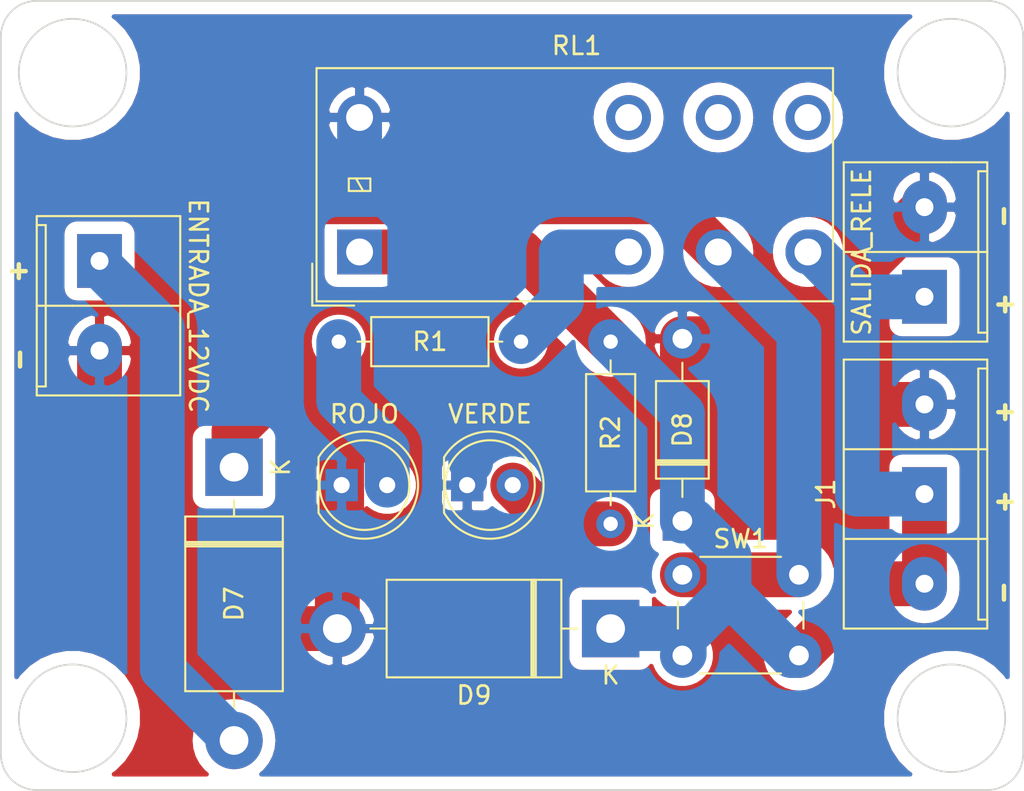
<source format=kicad_pcb>
(kicad_pcb (version 20171130) (host pcbnew "(5.1.4)-1")

  (general
    (thickness 1.6)
    (drawings 19)
    (tracks 75)
    (zones 0)
    (modules 12)
    (nets 11)
  )

  (page A4)
  (layers
    (0 F.Cu signal)
    (31 B.Cu signal)
    (32 B.Adhes user)
    (33 F.Adhes user)
    (34 B.Paste user)
    (35 F.Paste user)
    (36 B.SilkS user)
    (37 F.SilkS user)
    (38 B.Mask user)
    (39 F.Mask user)
    (40 Dwgs.User user)
    (41 Cmts.User user)
    (42 Eco1.User user)
    (43 Eco2.User user)
    (44 Edge.Cuts user)
    (45 Margin user)
    (46 B.CrtYd user)
    (47 F.CrtYd user)
    (48 B.Fab user)
    (49 F.Fab user hide)
  )

  (setup
    (last_trace_width 2.5)
    (trace_clearance 0.3)
    (zone_clearance 0.508)
    (zone_45_only no)
    (trace_min 0.2)
    (via_size 0.8)
    (via_drill 0.4)
    (via_min_size 0.4)
    (via_min_drill 0.3)
    (uvia_size 0.3)
    (uvia_drill 0.1)
    (uvias_allowed no)
    (uvia_min_size 0.2)
    (uvia_min_drill 0.1)
    (edge_width 0.1)
    (segment_width 0.2)
    (pcb_text_width 0.3)
    (pcb_text_size 1.5 1.5)
    (mod_edge_width 0.15)
    (mod_text_size 1 1)
    (mod_text_width 0.15)
    (pad_size 1.524 1.524)
    (pad_drill 0.762)
    (pad_to_mask_clearance 0)
    (aux_axis_origin 0 0)
    (visible_elements 7FFFFFFF)
    (pcbplotparams
      (layerselection 0x010fc_ffffffff)
      (usegerberextensions false)
      (usegerberattributes false)
      (usegerberadvancedattributes false)
      (creategerberjobfile true)
      (excludeedgelayer true)
      (linewidth 0.100000)
      (plotframeref false)
      (viasonmask false)
      (mode 1)
      (useauxorigin false)
      (hpglpennumber 1)
      (hpglpenspeed 20)
      (hpglpendiameter 15.000000)
      (psnegative false)
      (psa4output false)
      (plotreference true)
      (plotvalue true)
      (plotinvisibletext false)
      (padsonsilk false)
      (subtractmaskfromsilk false)
      (outputformat 1)
      (mirror false)
      (drillshape 0)
      (scaleselection 1)
      (outputdirectory ""))
  )

  (net 0 "")
  (net 1 "Net-(D7-Pad2)")
  (net 2 "Net-(D7-Pad1)")
  (net 3 /GND_RELE)
  (net 4 "Net-(D8-Pad1)")
  (net 5 "Net-(R1-Pad2)")
  (net 6 "Net-(R1-Pad1)")
  (net 7 "Net-(R2-Pad2)")
  (net 8 "Net-(RL1-Pad7)")
  (net 9 "Net-(RL1-Pad6)")
  (net 10 "Net-(RL1-Pad5)")

  (net_class Default "Esta es la clase de red por defecto."
    (clearance 0.3)
    (trace_width 2.5)
    (via_dia 0.8)
    (via_drill 0.4)
    (uvia_dia 0.3)
    (uvia_drill 0.1)
    (add_net /GND_RELE)
    (add_net "Net-(D7-Pad1)")
    (add_net "Net-(D7-Pad2)")
    (add_net "Net-(D8-Pad1)")
    (add_net "Net-(R1-Pad1)")
    (add_net "Net-(R1-Pad2)")
    (add_net "Net-(R2-Pad2)")
    (add_net "Net-(RL1-Pad5)")
    (add_net "Net-(RL1-Pad6)")
    (add_net "Net-(RL1-Pad7)")
  )

  (module BorneraTornillos:bornera_tornillos_1x03 (layer F.Cu) (tedit 60C69DE0) (tstamp 60C70761)
    (at 216 122 90)
    (path /5F1AB2A8)
    (fp_text reference J1 (at 7.5 -1 90) (layer F.SilkS)
      (effects (font (size 1 1) (thickness 0.15)))
    )
    (fp_text value Screw_Terminal_01x03 (at 8 -3 90) (layer F.Fab)
      (effects (font (size 1 1) (thickness 0.15)))
    )
    (fp_line (start 10 6) (end 10 8) (layer F.SilkS) (width 0.12))
    (fp_line (start 5 6) (end 5 8) (layer F.SilkS) (width 0.12))
    (fp_line (start 0.5 7.5) (end 0.5 8) (layer F.SilkS) (width 0.12))
    (fp_line (start 15 6) (end 15 8) (layer F.SilkS) (width 0.12))
    (fp_line (start 0 6) (end 0 8) (layer F.SilkS) (width 0.12))
    (fp_line (start 14.5 7.5) (end 14.5 8) (layer F.SilkS) (width 0.12))
    (fp_line (start 0.5 7.5) (end 14.5 7.5) (layer F.SilkS) (width 0.12))
    (fp_line (start 10 0) (end 10 6) (layer F.SilkS) (width 0.12))
    (fp_line (start 5 0) (end 5 6) (layer F.SilkS) (width 0.12))
    (fp_line (start 0 6) (end 0 0) (layer F.SilkS) (width 0.12))
    (fp_line (start 15 8) (end 0 8) (layer F.SilkS) (width 0.12))
    (fp_line (start 15 0) (end 15 6) (layer F.SilkS) (width 0.12))
    (fp_line (start 0 0) (end 15 0) (layer F.SilkS) (width 0.12))
    (pad 3 thru_hole oval (at 12.5 4.5 90) (size 3 2.5) (drill 1) (layers *.Cu *.Mask)
      (net 3 /GND_RELE))
    (pad 2 thru_hole rect (at 7.5 4.5 90) (size 3 2.5) (drill 1) (layers *.Cu *.Mask)
      (net 4 "Net-(D8-Pad1)"))
    (pad 1 thru_hole oval (at 2.5 4.5 90) (size 3 2.5) (drill 1) (layers *.Cu *.Mask)
      (net 4 "Net-(D8-Pad1)"))
  )

  (module Diode_THT:D_DO-201AD_P15.24mm_Horizontal (layer F.Cu) (tedit 5AE50CD5) (tstamp 60C7072D)
    (at 203 122 180)
    (descr "Diode, DO-201AD series, Axial, Horizontal, pin pitch=15.24mm, , length*diameter=9.5*5.2mm^2, , http://www.diodes.com/_files/packages/DO-201AD.pdf")
    (tags "Diode DO-201AD series Axial Horizontal pin pitch 15.24mm  length 9.5mm diameter 5.2mm")
    (path /5F1A750D)
    (fp_text reference D9 (at 7.62 -3.72) (layer F.SilkS)
      (effects (font (size 1 1) (thickness 0.15)))
    )
    (fp_text value 1N5408 (at 7.62 3.72) (layer F.Fab)
      (effects (font (size 1 1) (thickness 0.15)))
    )
    (fp_text user K (at 0 -2.6) (layer F.SilkS)
      (effects (font (size 1 1) (thickness 0.15)))
    )
    (fp_text user K (at 0 -2.6) (layer F.Fab)
      (effects (font (size 1 1) (thickness 0.15)))
    )
    (fp_text user %R (at 8.3325 0) (layer F.Fab)
      (effects (font (size 1 1) (thickness 0.15)))
    )
    (fp_line (start 17.09 -2.85) (end -1.85 -2.85) (layer F.CrtYd) (width 0.05))
    (fp_line (start 17.09 2.85) (end 17.09 -2.85) (layer F.CrtYd) (width 0.05))
    (fp_line (start -1.85 2.85) (end 17.09 2.85) (layer F.CrtYd) (width 0.05))
    (fp_line (start -1.85 -2.85) (end -1.85 2.85) (layer F.CrtYd) (width 0.05))
    (fp_line (start 4.175 -2.72) (end 4.175 2.72) (layer F.SilkS) (width 0.12))
    (fp_line (start 4.415 -2.72) (end 4.415 2.72) (layer F.SilkS) (width 0.12))
    (fp_line (start 4.295 -2.72) (end 4.295 2.72) (layer F.SilkS) (width 0.12))
    (fp_line (start 13.4 0) (end 12.49 0) (layer F.SilkS) (width 0.12))
    (fp_line (start 1.84 0) (end 2.75 0) (layer F.SilkS) (width 0.12))
    (fp_line (start 12.49 -2.72) (end 2.75 -2.72) (layer F.SilkS) (width 0.12))
    (fp_line (start 12.49 2.72) (end 12.49 -2.72) (layer F.SilkS) (width 0.12))
    (fp_line (start 2.75 2.72) (end 12.49 2.72) (layer F.SilkS) (width 0.12))
    (fp_line (start 2.75 -2.72) (end 2.75 2.72) (layer F.SilkS) (width 0.12))
    (fp_line (start 4.195 -2.6) (end 4.195 2.6) (layer F.Fab) (width 0.1))
    (fp_line (start 4.395 -2.6) (end 4.395 2.6) (layer F.Fab) (width 0.1))
    (fp_line (start 4.295 -2.6) (end 4.295 2.6) (layer F.Fab) (width 0.1))
    (fp_line (start 15.24 0) (end 12.37 0) (layer F.Fab) (width 0.1))
    (fp_line (start 0 0) (end 2.87 0) (layer F.Fab) (width 0.1))
    (fp_line (start 12.37 -2.6) (end 2.87 -2.6) (layer F.Fab) (width 0.1))
    (fp_line (start 12.37 2.6) (end 12.37 -2.6) (layer F.Fab) (width 0.1))
    (fp_line (start 2.87 2.6) (end 12.37 2.6) (layer F.Fab) (width 0.1))
    (fp_line (start 2.87 -2.6) (end 2.87 2.6) (layer F.Fab) (width 0.1))
    (pad 2 thru_hole oval (at 15.24 0 180) (size 3.2 3.2) (drill 1.6) (layers *.Cu *.Mask)
      (net 3 /GND_RELE))
    (pad 1 thru_hole rect (at 0 0 180) (size 3.2 3.2) (drill 1.6) (layers *.Cu *.Mask)
      (net 4 "Net-(D8-Pad1)"))
    (model ${KISYS3DMOD}/Diode_THT.3dshapes/D_DO-201AD_P15.24mm_Horizontal.wrl
      (at (xyz 0 0 0))
      (scale (xyz 1 1 1))
      (rotate (xyz 0 0 0))
    )
  )

  (module BorneraTornillos:bornera_tornillos_1x02 (layer F.Cu) (tedit 60C69E4C) (tstamp 60C70342)
    (at 216 106 90)
    (path /5F15FCB9)
    (fp_text reference SALIDA_RELE (at 5 1 90) (layer F.SilkS)
      (effects (font (size 1 1) (thickness 0.15)))
    )
    (fp_text value Screw_Terminal_01x02 (at 0 -4 90) (layer F.Fab)
      (effects (font (size 1 1) (thickness 0.15)))
    )
    (fp_line (start 5 6) (end 5 8) (layer F.SilkS) (width 0.12))
    (fp_line (start 10 6) (end 10 8) (layer F.SilkS) (width 0.12))
    (fp_line (start 0 6) (end 0 8) (layer F.SilkS) (width 0.12))
    (fp_line (start 9.5 7.5) (end 9.5 8) (layer F.SilkS) (width 0.12))
    (fp_line (start 0.5 7.5) (end 9.5 7.5) (layer F.SilkS) (width 0.12))
    (fp_line (start 0.5 8) (end 0.5 7.5) (layer F.SilkS) (width 0.12))
    (fp_line (start 5 0) (end 5 6) (layer F.SilkS) (width 0.12))
    (fp_line (start 0 6) (end 0 0) (layer F.SilkS) (width 0.12))
    (fp_line (start 10 8) (end 0 8) (layer F.SilkS) (width 0.12))
    (fp_line (start 10 0) (end 10 6) (layer F.SilkS) (width 0.12))
    (fp_line (start 0 0) (end 10 0) (layer F.SilkS) (width 0.12))
    (pad 2 thru_hole oval (at 7.5 4.5 90) (size 3 2.5) (drill 1) (layers *.Cu *.Mask)
      (net 3 /GND_RELE))
    (pad 1 thru_hole rect (at 2.5 4.5 90) (size 3 2.5) (drill 1) (layers *.Cu *.Mask)
      (net 4 "Net-(D8-Pad1)"))
  )

  (module BorneraTornillos:bornera_tornillos_1x02 (layer F.Cu) (tedit 60C69E4C) (tstamp 60C70ADA)
    (at 179 99 270)
    (path /5F15F1AC)
    (fp_text reference ENTRADA_12VDC (at 5 -1 270 unlocked) (layer F.SilkS)
      (effects (font (size 1 1) (thickness 0.15)))
    )
    (fp_text value Screw_Terminal_01x02 (at 0 -4 90) (layer F.Fab)
      (effects (font (size 1 1) (thickness 0.15)))
    )
    (fp_line (start 5 6) (end 5 8) (layer F.SilkS) (width 0.12))
    (fp_line (start 10 6) (end 10 8) (layer F.SilkS) (width 0.12))
    (fp_line (start 0 6) (end 0 8) (layer F.SilkS) (width 0.12))
    (fp_line (start 9.5 7.5) (end 9.5 8) (layer F.SilkS) (width 0.12))
    (fp_line (start 0.5 7.5) (end 9.5 7.5) (layer F.SilkS) (width 0.12))
    (fp_line (start 0.5 8) (end 0.5 7.5) (layer F.SilkS) (width 0.12))
    (fp_line (start 5 0) (end 5 6) (layer F.SilkS) (width 0.12))
    (fp_line (start 0 6) (end 0 0) (layer F.SilkS) (width 0.12))
    (fp_line (start 10 8) (end 0 8) (layer F.SilkS) (width 0.12))
    (fp_line (start 10 0) (end 10 6) (layer F.SilkS) (width 0.12))
    (fp_line (start 0 0) (end 10 0) (layer F.SilkS) (width 0.12))
    (pad 2 thru_hole oval (at 7.5 4.5 270) (size 3 2.5) (drill 1) (layers *.Cu *.Mask)
      (net 3 /GND_RELE))
    (pad 1 thru_hole rect (at 2.5 4.5 270) (size 3 2.5) (drill 1) (layers *.Cu *.Mask)
      (net 1 "Net-(D7-Pad2)"))
  )

  (module LED_THT:LED_D5.0mm (layer F.Cu) (tedit 5995936A) (tstamp 60C6F33E)
    (at 195 114)
    (descr "LED, diameter 5.0mm, 2 pins, http://cdn-reichelt.de/documents/datenblatt/A500/LL-504BC2E-009.pdf")
    (tags "LED diameter 5.0mm 2 pins")
    (path /5F183B66)
    (fp_text reference VERDE (at 1.27 -3.96) (layer F.SilkS)
      (effects (font (size 1 1) (thickness 0.15)))
    )
    (fp_text value LED (at 1.27 3.96) (layer F.Fab)
      (effects (font (size 1 1) (thickness 0.15)))
    )
    (fp_text user %R (at 1.25 0) (layer F.Fab)
      (effects (font (size 0.8 0.8) (thickness 0.2)))
    )
    (fp_line (start 4.5 -3.25) (end -1.95 -3.25) (layer F.CrtYd) (width 0.05))
    (fp_line (start 4.5 3.25) (end 4.5 -3.25) (layer F.CrtYd) (width 0.05))
    (fp_line (start -1.95 3.25) (end 4.5 3.25) (layer F.CrtYd) (width 0.05))
    (fp_line (start -1.95 -3.25) (end -1.95 3.25) (layer F.CrtYd) (width 0.05))
    (fp_line (start -1.29 -1.545) (end -1.29 1.545) (layer F.SilkS) (width 0.12))
    (fp_line (start -1.23 -1.469694) (end -1.23 1.469694) (layer F.Fab) (width 0.1))
    (fp_circle (center 1.27 0) (end 3.77 0) (layer F.SilkS) (width 0.12))
    (fp_circle (center 1.27 0) (end 3.77 0) (layer F.Fab) (width 0.1))
    (fp_arc (start 1.27 0) (end -1.29 1.54483) (angle -148.9) (layer F.SilkS) (width 0.12))
    (fp_arc (start 1.27 0) (end -1.29 -1.54483) (angle 148.9) (layer F.SilkS) (width 0.12))
    (fp_arc (start 1.27 0) (end -1.23 -1.469694) (angle 299.1) (layer F.Fab) (width 0.1))
    (pad 2 thru_hole circle (at 2.54 0) (size 1.8 1.8) (drill 0.9) (layers *.Cu *.Mask)
      (net 7 "Net-(R2-Pad2)"))
    (pad 1 thru_hole rect (at 0 0) (size 1.8 1.8) (drill 0.9) (layers *.Cu *.Mask)
      (net 3 /GND_RELE))
    (model ${KISYS3DMOD}/LED_THT.3dshapes/LED_D5.0mm.wrl
      (at (xyz 0 0 0))
      (scale (xyz 1 1 1))
      (rotate (xyz 0 0 0))
    )
  )

  (module Button_Switch_THT:SW_PUSH_6mm (layer F.Cu) (tedit 5A02FE31) (tstamp 60C6F32C)
    (at 207 119)
    (descr https://www.omron.com/ecb/products/pdf/en-b3f.pdf)
    (tags "tact sw push 6mm")
    (path /5F160C14)
    (fp_text reference SW1 (at 3.25 -2) (layer F.SilkS)
      (effects (font (size 1 1) (thickness 0.15)))
    )
    (fp_text value SW_Push (at 3.75 6.7) (layer F.Fab)
      (effects (font (size 1 1) (thickness 0.15)))
    )
    (fp_circle (center 3.25 2.25) (end 1.25 2.5) (layer F.Fab) (width 0.1))
    (fp_line (start 6.75 3) (end 6.75 1.5) (layer F.SilkS) (width 0.12))
    (fp_line (start 5.5 -1) (end 1 -1) (layer F.SilkS) (width 0.12))
    (fp_line (start -0.25 1.5) (end -0.25 3) (layer F.SilkS) (width 0.12))
    (fp_line (start 1 5.5) (end 5.5 5.5) (layer F.SilkS) (width 0.12))
    (fp_line (start 8 -1.25) (end 8 5.75) (layer F.CrtYd) (width 0.05))
    (fp_line (start 7.75 6) (end -1.25 6) (layer F.CrtYd) (width 0.05))
    (fp_line (start -1.5 5.75) (end -1.5 -1.25) (layer F.CrtYd) (width 0.05))
    (fp_line (start -1.25 -1.5) (end 7.75 -1.5) (layer F.CrtYd) (width 0.05))
    (fp_line (start -1.5 6) (end -1.25 6) (layer F.CrtYd) (width 0.05))
    (fp_line (start -1.5 5.75) (end -1.5 6) (layer F.CrtYd) (width 0.05))
    (fp_line (start -1.5 -1.5) (end -1.25 -1.5) (layer F.CrtYd) (width 0.05))
    (fp_line (start -1.5 -1.25) (end -1.5 -1.5) (layer F.CrtYd) (width 0.05))
    (fp_line (start 8 -1.5) (end 8 -1.25) (layer F.CrtYd) (width 0.05))
    (fp_line (start 7.75 -1.5) (end 8 -1.5) (layer F.CrtYd) (width 0.05))
    (fp_line (start 8 6) (end 8 5.75) (layer F.CrtYd) (width 0.05))
    (fp_line (start 7.75 6) (end 8 6) (layer F.CrtYd) (width 0.05))
    (fp_line (start 0.25 -0.75) (end 3.25 -0.75) (layer F.Fab) (width 0.1))
    (fp_line (start 0.25 5.25) (end 0.25 -0.75) (layer F.Fab) (width 0.1))
    (fp_line (start 6.25 5.25) (end 0.25 5.25) (layer F.Fab) (width 0.1))
    (fp_line (start 6.25 -0.75) (end 6.25 5.25) (layer F.Fab) (width 0.1))
    (fp_line (start 3.25 -0.75) (end 6.25 -0.75) (layer F.Fab) (width 0.1))
    (fp_text user %R (at 3.25 2.25) (layer F.Fab)
      (effects (font (size 1 1) (thickness 0.15)))
    )
    (pad 1 thru_hole circle (at 6.5 0 90) (size 2 2) (drill 1.1) (layers *.Cu *.Mask)
      (net 2 "Net-(D7-Pad1)"))
    (pad 2 thru_hole circle (at 6.5 4.5 90) (size 2 2) (drill 1.1) (layers *.Cu *.Mask)
      (net 4 "Net-(D8-Pad1)"))
    (pad 1 thru_hole circle (at 0 0 90) (size 2 2) (drill 1.1) (layers *.Cu *.Mask)
      (net 2 "Net-(D7-Pad1)"))
    (pad 2 thru_hole circle (at 0 4.5 90) (size 2 2) (drill 1.1) (layers *.Cu *.Mask)
      (net 4 "Net-(D8-Pad1)"))
    (model ${KISYS3DMOD}/Button_Switch_THT.3dshapes/SW_PUSH_6mm.wrl
      (at (xyz 0 0 0))
      (scale (xyz 1 1 1))
      (rotate (xyz 0 0 0))
    )
  )

  (module LED_THT:LED_D5.0mm (layer F.Cu) (tedit 5995936A) (tstamp 60C6F30D)
    (at 188 114)
    (descr "LED, diameter 5.0mm, 2 pins, http://cdn-reichelt.de/documents/datenblatt/A500/LL-504BC2E-009.pdf")
    (tags "LED diameter 5.0mm 2 pins")
    (path /5F1751CF)
    (fp_text reference ROJO (at 1.27 -3.96) (layer F.SilkS)
      (effects (font (size 1 1) (thickness 0.15)))
    )
    (fp_text value LED (at 1.27 3.96) (layer F.Fab)
      (effects (font (size 1 1) (thickness 0.15)))
    )
    (fp_text user %R (at 1.25 0) (layer F.Fab)
      (effects (font (size 0.8 0.8) (thickness 0.2)))
    )
    (fp_line (start 4.5 -3.25) (end -1.95 -3.25) (layer F.CrtYd) (width 0.05))
    (fp_line (start 4.5 3.25) (end 4.5 -3.25) (layer F.CrtYd) (width 0.05))
    (fp_line (start -1.95 3.25) (end 4.5 3.25) (layer F.CrtYd) (width 0.05))
    (fp_line (start -1.95 -3.25) (end -1.95 3.25) (layer F.CrtYd) (width 0.05))
    (fp_line (start -1.29 -1.545) (end -1.29 1.545) (layer F.SilkS) (width 0.12))
    (fp_line (start -1.23 -1.469694) (end -1.23 1.469694) (layer F.Fab) (width 0.1))
    (fp_circle (center 1.27 0) (end 3.77 0) (layer F.SilkS) (width 0.12))
    (fp_circle (center 1.27 0) (end 3.77 0) (layer F.Fab) (width 0.1))
    (fp_arc (start 1.27 0) (end -1.29 1.54483) (angle -148.9) (layer F.SilkS) (width 0.12))
    (fp_arc (start 1.27 0) (end -1.29 -1.54483) (angle 148.9) (layer F.SilkS) (width 0.12))
    (fp_arc (start 1.27 0) (end -1.23 -1.469694) (angle 299.1) (layer F.Fab) (width 0.1))
    (pad 2 thru_hole circle (at 2.54 0) (size 1.8 1.8) (drill 0.9) (layers *.Cu *.Mask)
      (net 5 "Net-(R1-Pad2)"))
    (pad 1 thru_hole rect (at 0 0) (size 1.8 1.8) (drill 0.9) (layers *.Cu *.Mask)
      (net 3 /GND_RELE))
    (model ${KISYS3DMOD}/LED_THT.3dshapes/LED_D5.0mm.wrl
      (at (xyz 0 0 0))
      (scale (xyz 1 1 1))
      (rotate (xyz 0 0 0))
    )
  )

  (module Relay_THT:Relay_DPDT_Panasonic_JW2 (layer F.Cu) (tedit 5A626DFF) (tstamp 60C6F96D)
    (at 189 101)
    (descr "Panasonic Relay DPDT, http://www3.panasonic.biz/ac/e_download/control/relay/power/catalog/mech_eng_jw.pdf?via=ok")
    (tags "Panasonic Relay DPDT")
    (path /5F203DE0)
    (fp_text reference RL1 (at 12.1 -11.5 180) (layer F.SilkS)
      (effects (font (size 1 1) (thickness 0.15)))
    )
    (fp_text value JW2 (at 12.1 3.9 180) (layer F.Fab)
      (effects (font (size 1 1) (thickness 0.15)))
    )
    (fp_text user %R (at 12 -3.75 180) (layer F.Fab)
      (effects (font (size 1 1) (thickness 0.15)))
    )
    (fp_line (start 26.55 2.9) (end 26.55 -10.4) (layer F.CrtYd) (width 0.05))
    (fp_line (start -2.55 2.9) (end 26.55 2.9) (layer F.CrtYd) (width 0.05))
    (fp_line (start -2.55 -10.4) (end -2.55 2.9) (layer F.CrtYd) (width 0.05))
    (fp_line (start 26.55 -10.4) (end -2.55 -10.4) (layer F.CrtYd) (width 0.05))
    (fp_line (start -2.64 2.99) (end -2.64 0.65) (layer F.SilkS) (width 0.12))
    (fp_line (start -0.3 2.99) (end -2.64 2.99) (layer F.SilkS) (width 0.12))
    (fp_line (start 0.6 -3.4) (end 0.6 -4.1) (layer F.SilkS) (width 0.12))
    (fp_line (start -0.6 -3.4) (end 0.6 -3.4) (layer F.SilkS) (width 0.12))
    (fp_line (start -0.6 -4.1) (end -0.6 -3.4) (layer F.SilkS) (width 0.12))
    (fp_line (start 0.6 -4.1) (end -0.6 -4.1) (layer F.SilkS) (width 0.12))
    (fp_line (start 0.2 -3.4) (end -0.2 -4.1) (layer F.SilkS) (width 0.12))
    (fp_line (start 26.4 2.75) (end 26.4 -10.25) (layer F.SilkS) (width 0.12))
    (fp_line (start -2.4 2.75) (end 26.4 2.75) (layer F.SilkS) (width 0.12))
    (fp_line (start -2.4 -10.25) (end -2.4 2.75) (layer F.SilkS) (width 0.12))
    (fp_line (start 26.4 -10.25) (end -2.4 -10.25) (layer F.SilkS) (width 0.12))
    (fp_line (start -2.64 2.99) (end -2.64 0.65) (layer F.Fab) (width 0.1))
    (fp_line (start -0.3 2.99) (end -2.64 2.99) (layer F.Fab) (width 0.1))
    (fp_line (start 0 -1.5) (end 0 -6) (layer F.Fab) (width 0.1))
    (fp_line (start 26.3 2.65) (end 26.3 -10.15) (layer F.Fab) (width 0.1))
    (fp_line (start -2.3 2.65) (end 26.3 2.65) (layer F.Fab) (width 0.1))
    (fp_line (start -2.3 -10.15) (end -2.3 2.65) (layer F.Fab) (width 0.1))
    (fp_line (start 26.3 -10.15) (end -2.3 -10.15) (layer F.Fab) (width 0.1))
    (pad 8 thru_hole oval (at 0 -7.5 90) (size 2.5 2.5) (drill 1.5) (layers *.Cu *.Mask)
      (net 3 /GND_RELE))
    (pad 7 thru_hole oval (at 15 -7.5 90) (size 2.5 2.5) (drill 1.5) (layers *.Cu *.Mask)
      (net 8 "Net-(RL1-Pad7)"))
    (pad 6 thru_hole oval (at 20 -7.5 90) (size 2.5 2.5) (drill 1.5) (layers *.Cu *.Mask)
      (net 9 "Net-(RL1-Pad6)"))
    (pad 5 thru_hole oval (at 25 -7.5 90) (size 2.5 2.5) (drill 1.5) (layers *.Cu *.Mask)
      (net 10 "Net-(RL1-Pad5)"))
    (pad 4 thru_hole oval (at 25 0 90) (size 2.5 2.5) (drill 1.5) (layers *.Cu *.Mask)
      (net 4 "Net-(D8-Pad1)"))
    (pad 3 thru_hole oval (at 20 0 90) (size 2.5 2.5) (drill 1.5) (layers *.Cu *.Mask)
      (net 2 "Net-(D7-Pad1)"))
    (pad 2 thru_hole oval (at 15 0 90) (size 2.5 2.5) (drill 1.5) (layers *.Cu *.Mask)
      (net 6 "Net-(R1-Pad1)"))
    (pad 1 thru_hole rect (at 0 0 90) (size 2.5 2.5) (drill 1.5) (layers *.Cu *.Mask)
      (net 4 "Net-(D8-Pad1)"))
    (model ${KISYS3DMOD}/Relay_THT.3dshapes/Relay_DPDT_Panasonic_JW2.wrl
      (at (xyz 0 0 0))
      (scale (xyz 1 1 1))
      (rotate (xyz 0 0 0))
    )
  )

  (module Resistor_THT:R_Axial_DIN0207_L6.3mm_D2.5mm_P10.16mm_Horizontal (layer F.Cu) (tedit 5AE5139B) (tstamp 60C6F2D8)
    (at 203 106 270)
    (descr "Resistor, Axial_DIN0207 series, Axial, Horizontal, pin pitch=10.16mm, 0.25W = 1/4W, length*diameter=6.3*2.5mm^2, http://cdn-reichelt.de/documents/datenblatt/B400/1_4W%23YAG.pdf")
    (tags "Resistor Axial_DIN0207 series Axial Horizontal pin pitch 10.16mm 0.25W = 1/4W length 6.3mm diameter 2.5mm")
    (path /5F183B5C)
    (fp_text reference R2 (at 5.08 0 90) (layer F.SilkS)
      (effects (font (size 1 1) (thickness 0.15)))
    )
    (fp_text value 440 (at 5.08 2.37 90) (layer F.Fab)
      (effects (font (size 1 1) (thickness 0.15)))
    )
    (fp_text user %R (at 5.08 0 90) (layer F.Fab)
      (effects (font (size 1 1) (thickness 0.15)))
    )
    (fp_line (start 11.21 -1.5) (end -1.05 -1.5) (layer F.CrtYd) (width 0.05))
    (fp_line (start 11.21 1.5) (end 11.21 -1.5) (layer F.CrtYd) (width 0.05))
    (fp_line (start -1.05 1.5) (end 11.21 1.5) (layer F.CrtYd) (width 0.05))
    (fp_line (start -1.05 -1.5) (end -1.05 1.5) (layer F.CrtYd) (width 0.05))
    (fp_line (start 9.12 0) (end 8.35 0) (layer F.SilkS) (width 0.12))
    (fp_line (start 1.04 0) (end 1.81 0) (layer F.SilkS) (width 0.12))
    (fp_line (start 8.35 -1.37) (end 1.81 -1.37) (layer F.SilkS) (width 0.12))
    (fp_line (start 8.35 1.37) (end 8.35 -1.37) (layer F.SilkS) (width 0.12))
    (fp_line (start 1.81 1.37) (end 8.35 1.37) (layer F.SilkS) (width 0.12))
    (fp_line (start 1.81 -1.37) (end 1.81 1.37) (layer F.SilkS) (width 0.12))
    (fp_line (start 10.16 0) (end 8.23 0) (layer F.Fab) (width 0.1))
    (fp_line (start 0 0) (end 1.93 0) (layer F.Fab) (width 0.1))
    (fp_line (start 8.23 -1.25) (end 1.93 -1.25) (layer F.Fab) (width 0.1))
    (fp_line (start 8.23 1.25) (end 8.23 -1.25) (layer F.Fab) (width 0.1))
    (fp_line (start 1.93 1.25) (end 8.23 1.25) (layer F.Fab) (width 0.1))
    (fp_line (start 1.93 -1.25) (end 1.93 1.25) (layer F.Fab) (width 0.1))
    (pad 2 thru_hole oval (at 10.16 0 270) (size 1.6 1.6) (drill 0.8) (layers *.Cu *.Mask)
      (net 7 "Net-(R2-Pad2)"))
    (pad 1 thru_hole circle (at 0 0 270) (size 1.6 1.6) (drill 0.8) (layers *.Cu *.Mask)
      (net 4 "Net-(D8-Pad1)"))
    (model ${KISYS3DMOD}/Resistor_THT.3dshapes/R_Axial_DIN0207_L6.3mm_D2.5mm_P10.16mm_Horizontal.wrl
      (at (xyz 0 0 0))
      (scale (xyz 1 1 1))
      (rotate (xyz 0 0 0))
    )
  )

  (module Resistor_THT:R_Axial_DIN0207_L6.3mm_D2.5mm_P10.16mm_Horizontal (layer F.Cu) (tedit 5AE5139B) (tstamp 60C6F2C1)
    (at 198 106 180)
    (descr "Resistor, Axial_DIN0207 series, Axial, Horizontal, pin pitch=10.16mm, 0.25W = 1/4W, length*diameter=6.3*2.5mm^2, http://cdn-reichelt.de/documents/datenblatt/B400/1_4W%23YAG.pdf")
    (tags "Resistor Axial_DIN0207 series Axial Horizontal pin pitch 10.16mm 0.25W = 1/4W length 6.3mm diameter 2.5mm")
    (path /5F174412)
    (fp_text reference R1 (at 5.08 0) (layer F.SilkS)
      (effects (font (size 1 1) (thickness 0.15)))
    )
    (fp_text value 440 (at 5.08 2.37) (layer F.Fab)
      (effects (font (size 1 1) (thickness 0.15)))
    )
    (fp_text user %R (at 5.08 0) (layer F.Fab)
      (effects (font (size 1 1) (thickness 0.15)))
    )
    (fp_line (start 11.21 -1.5) (end -1.05 -1.5) (layer F.CrtYd) (width 0.05))
    (fp_line (start 11.21 1.5) (end 11.21 -1.5) (layer F.CrtYd) (width 0.05))
    (fp_line (start -1.05 1.5) (end 11.21 1.5) (layer F.CrtYd) (width 0.05))
    (fp_line (start -1.05 -1.5) (end -1.05 1.5) (layer F.CrtYd) (width 0.05))
    (fp_line (start 9.12 0) (end 8.35 0) (layer F.SilkS) (width 0.12))
    (fp_line (start 1.04 0) (end 1.81 0) (layer F.SilkS) (width 0.12))
    (fp_line (start 8.35 -1.37) (end 1.81 -1.37) (layer F.SilkS) (width 0.12))
    (fp_line (start 8.35 1.37) (end 8.35 -1.37) (layer F.SilkS) (width 0.12))
    (fp_line (start 1.81 1.37) (end 8.35 1.37) (layer F.SilkS) (width 0.12))
    (fp_line (start 1.81 -1.37) (end 1.81 1.37) (layer F.SilkS) (width 0.12))
    (fp_line (start 10.16 0) (end 8.23 0) (layer F.Fab) (width 0.1))
    (fp_line (start 0 0) (end 1.93 0) (layer F.Fab) (width 0.1))
    (fp_line (start 8.23 -1.25) (end 1.93 -1.25) (layer F.Fab) (width 0.1))
    (fp_line (start 8.23 1.25) (end 8.23 -1.25) (layer F.Fab) (width 0.1))
    (fp_line (start 1.93 1.25) (end 8.23 1.25) (layer F.Fab) (width 0.1))
    (fp_line (start 1.93 -1.25) (end 1.93 1.25) (layer F.Fab) (width 0.1))
    (pad 2 thru_hole oval (at 10.16 0 180) (size 1.6 1.6) (drill 0.8) (layers *.Cu *.Mask)
      (net 5 "Net-(R1-Pad2)"))
    (pad 1 thru_hole circle (at 0 0 180) (size 1.6 1.6) (drill 0.8) (layers *.Cu *.Mask)
      (net 6 "Net-(R1-Pad1)"))
    (model ${KISYS3DMOD}/Resistor_THT.3dshapes/R_Axial_DIN0207_L6.3mm_D2.5mm_P10.16mm_Horizontal.wrl
      (at (xyz 0 0 0))
      (scale (xyz 1 1 1))
      (rotate (xyz 0 0 0))
    )
  )

  (module Diode_THT:D_DO-41_SOD81_P10.16mm_Horizontal (layer F.Cu) (tedit 5AE50CD5) (tstamp 60C6F2AA)
    (at 207 116 90)
    (descr "Diode, DO-41_SOD81 series, Axial, Horizontal, pin pitch=10.16mm, , length*diameter=5.2*2.7mm^2, , http://www.diodes.com/_files/packages/DO-41%20(Plastic).pdf")
    (tags "Diode DO-41_SOD81 series Axial Horizontal pin pitch 10.16mm  length 5.2mm diameter 2.7mm")
    (path /5F177463)
    (fp_text reference D8 (at 5.08 0 90) (layer F.SilkS)
      (effects (font (size 1 1) (thickness 0.15)))
    )
    (fp_text value 1N4007 (at 5.08 2.47 90) (layer F.Fab)
      (effects (font (size 1 1) (thickness 0.15)))
    )
    (fp_text user K (at 0 -2.1 90) (layer F.SilkS)
      (effects (font (size 1 1) (thickness 0.15)))
    )
    (fp_text user K (at 0 -2.1 90) (layer F.Fab)
      (effects (font (size 1 1) (thickness 0.15)))
    )
    (fp_text user %R (at 5.47 0 90) (layer F.Fab)
      (effects (font (size 1 1) (thickness 0.15)))
    )
    (fp_line (start 11.51 -1.6) (end -1.35 -1.6) (layer F.CrtYd) (width 0.05))
    (fp_line (start 11.51 1.6) (end 11.51 -1.6) (layer F.CrtYd) (width 0.05))
    (fp_line (start -1.35 1.6) (end 11.51 1.6) (layer F.CrtYd) (width 0.05))
    (fp_line (start -1.35 -1.6) (end -1.35 1.6) (layer F.CrtYd) (width 0.05))
    (fp_line (start 3.14 -1.47) (end 3.14 1.47) (layer F.SilkS) (width 0.12))
    (fp_line (start 3.38 -1.47) (end 3.38 1.47) (layer F.SilkS) (width 0.12))
    (fp_line (start 3.26 -1.47) (end 3.26 1.47) (layer F.SilkS) (width 0.12))
    (fp_line (start 8.82 0) (end 7.8 0) (layer F.SilkS) (width 0.12))
    (fp_line (start 1.34 0) (end 2.36 0) (layer F.SilkS) (width 0.12))
    (fp_line (start 7.8 -1.47) (end 2.36 -1.47) (layer F.SilkS) (width 0.12))
    (fp_line (start 7.8 1.47) (end 7.8 -1.47) (layer F.SilkS) (width 0.12))
    (fp_line (start 2.36 1.47) (end 7.8 1.47) (layer F.SilkS) (width 0.12))
    (fp_line (start 2.36 -1.47) (end 2.36 1.47) (layer F.SilkS) (width 0.12))
    (fp_line (start 3.16 -1.35) (end 3.16 1.35) (layer F.Fab) (width 0.1))
    (fp_line (start 3.36 -1.35) (end 3.36 1.35) (layer F.Fab) (width 0.1))
    (fp_line (start 3.26 -1.35) (end 3.26 1.35) (layer F.Fab) (width 0.1))
    (fp_line (start 10.16 0) (end 7.68 0) (layer F.Fab) (width 0.1))
    (fp_line (start 0 0) (end 2.48 0) (layer F.Fab) (width 0.1))
    (fp_line (start 7.68 -1.35) (end 2.48 -1.35) (layer F.Fab) (width 0.1))
    (fp_line (start 7.68 1.35) (end 7.68 -1.35) (layer F.Fab) (width 0.1))
    (fp_line (start 2.48 1.35) (end 7.68 1.35) (layer F.Fab) (width 0.1))
    (fp_line (start 2.48 -1.35) (end 2.48 1.35) (layer F.Fab) (width 0.1))
    (pad 2 thru_hole oval (at 10.16 0 90) (size 2.2 2.2) (drill 1.1) (layers *.Cu *.Mask)
      (net 3 /GND_RELE))
    (pad 1 thru_hole rect (at 0 0 90) (size 2.2 2.2) (drill 1.1) (layers *.Cu *.Mask)
      (net 4 "Net-(D8-Pad1)"))
    (model ${KISYS3DMOD}/Diode_THT.3dshapes/D_DO-41_SOD81_P10.16mm_Horizontal.wrl
      (at (xyz 0 0 0))
      (scale (xyz 1 1 1))
      (rotate (xyz 0 0 0))
    )
  )

  (module Diode_THT:D_DO-201AD_P15.24mm_Horizontal (layer F.Cu) (tedit 5AE50CD5) (tstamp 60C6F28B)
    (at 182 113 270)
    (descr "Diode, DO-201AD series, Axial, Horizontal, pin pitch=15.24mm, , length*diameter=9.5*5.2mm^2, , http://www.diodes.com/_files/packages/DO-201AD.pdf")
    (tags "Diode DO-201AD series Axial Horizontal pin pitch 15.24mm  length 9.5mm diameter 5.2mm")
    (path /5F1B1D5B)
    (fp_text reference D7 (at 7.62 0 90) (layer F.SilkS)
      (effects (font (size 1 1) (thickness 0.15)))
    )
    (fp_text value 1N5408 (at 7.62 3.72 90) (layer F.Fab)
      (effects (font (size 1 1) (thickness 0.15)))
    )
    (fp_text user K (at 0 -2.6 90) (layer F.SilkS)
      (effects (font (size 1 1) (thickness 0.15)))
    )
    (fp_text user K (at 0 -2.6 90) (layer F.Fab)
      (effects (font (size 1 1) (thickness 0.15)))
    )
    (fp_text user %R (at 8.3325 0 90) (layer F.Fab)
      (effects (font (size 1 1) (thickness 0.15)))
    )
    (fp_line (start 17.09 -2.85) (end -1.85 -2.85) (layer F.CrtYd) (width 0.05))
    (fp_line (start 17.09 2.85) (end 17.09 -2.85) (layer F.CrtYd) (width 0.05))
    (fp_line (start -1.85 2.85) (end 17.09 2.85) (layer F.CrtYd) (width 0.05))
    (fp_line (start -1.85 -2.85) (end -1.85 2.85) (layer F.CrtYd) (width 0.05))
    (fp_line (start 4.175 -2.72) (end 4.175 2.72) (layer F.SilkS) (width 0.12))
    (fp_line (start 4.415 -2.72) (end 4.415 2.72) (layer F.SilkS) (width 0.12))
    (fp_line (start 4.295 -2.72) (end 4.295 2.72) (layer F.SilkS) (width 0.12))
    (fp_line (start 13.4 0) (end 12.49 0) (layer F.SilkS) (width 0.12))
    (fp_line (start 1.84 0) (end 2.75 0) (layer F.SilkS) (width 0.12))
    (fp_line (start 12.49 -2.72) (end 2.75 -2.72) (layer F.SilkS) (width 0.12))
    (fp_line (start 12.49 2.72) (end 12.49 -2.72) (layer F.SilkS) (width 0.12))
    (fp_line (start 2.75 2.72) (end 12.49 2.72) (layer F.SilkS) (width 0.12))
    (fp_line (start 2.75 -2.72) (end 2.75 2.72) (layer F.SilkS) (width 0.12))
    (fp_line (start 4.195 -2.6) (end 4.195 2.6) (layer F.Fab) (width 0.1))
    (fp_line (start 4.395 -2.6) (end 4.395 2.6) (layer F.Fab) (width 0.1))
    (fp_line (start 4.295 -2.6) (end 4.295 2.6) (layer F.Fab) (width 0.1))
    (fp_line (start 15.24 0) (end 12.37 0) (layer F.Fab) (width 0.1))
    (fp_line (start 0 0) (end 2.87 0) (layer F.Fab) (width 0.1))
    (fp_line (start 12.37 -2.6) (end 2.87 -2.6) (layer F.Fab) (width 0.1))
    (fp_line (start 12.37 2.6) (end 12.37 -2.6) (layer F.Fab) (width 0.1))
    (fp_line (start 2.87 2.6) (end 12.37 2.6) (layer F.Fab) (width 0.1))
    (fp_line (start 2.87 -2.6) (end 2.87 2.6) (layer F.Fab) (width 0.1))
    (pad 2 thru_hole oval (at 15.24 0 270) (size 3.2 3.2) (drill 1.6) (layers *.Cu *.Mask)
      (net 1 "Net-(D7-Pad2)"))
    (pad 1 thru_hole rect (at 0 0 270) (size 3.2 3.2) (drill 1.6) (layers *.Cu *.Mask)
      (net 2 "Net-(D7-Pad1)"))
    (model ${KISYS3DMOD}/Diode_THT.3dshapes/D_DO-201AD_P15.24mm_Horizontal.wrl
      (at (xyz 0 0 0))
      (scale (xyz 1 1 1))
      (rotate (xyz 0 0 0))
    )
  )

  (gr_text + (at 225 110 180) (layer F.SilkS) (tstamp 60C70E15)
    (effects (font (size 1 1) (thickness 0.25)))
  )
  (gr_text - (at 225 120 270) (layer F.SilkS) (tstamp 60C70D6F)
    (effects (font (size 1 1) (thickness 0.25)))
  )
  (gr_text + (at 225 115 180) (layer F.SilkS) (tstamp 60C70D6E)
    (effects (font (size 1 1) (thickness 0.25)))
  )
  (gr_arc (start 224 129) (end 224 131) (angle -90) (layer Edge.Cuts) (width 0.1) (tstamp 60C70BC5))
  (gr_arc (start 171 129) (end 169 129) (angle -90) (layer Edge.Cuts) (width 0.1) (tstamp 60C70BD5))
  (gr_arc (start 171 89) (end 171 87) (angle -90) (layer Edge.Cuts) (width 0.1) (tstamp 60C70BC5))
  (gr_arc (start 224 89) (end 226 89) (angle -90) (layer Edge.Cuts) (width 0.1))
  (gr_text - (at 225 99 270) (layer F.SilkS) (tstamp 60C70BB5)
    (effects (font (size 1 1) (thickness 0.25)))
  )
  (gr_text + (at 225 104 180) (layer F.SilkS) (tstamp 60C70BAB)
    (effects (font (size 1 1) (thickness 0.25)))
  )
  (gr_text - (at 170 107 90) (layer F.SilkS)
    (effects (font (size 1 1) (thickness 0.25)))
  )
  (gr_text + (at 170 102) (layer F.SilkS)
    (effects (font (size 1 1) (thickness 0.25)))
  )
  (gr_circle (center 173 91) (end 176 91) (layer Edge.Cuts) (width 0.1) (tstamp 60C702EF))
  (gr_circle (center 222 91) (end 225 91) (layer Edge.Cuts) (width 0.1) (tstamp 60C702EF))
  (gr_circle (center 222 127) (end 225 127) (layer Edge.Cuts) (width 0.1) (tstamp 60C702EF))
  (gr_circle (center 173 127) (end 176 127) (layer Edge.Cuts) (width 0.1))
  (gr_line (start 169 89) (end 169 129) (layer Edge.Cuts) (width 0.1))
  (gr_line (start 224 87) (end 171 87) (layer Edge.Cuts) (width 0.1))
  (gr_line (start 226 129) (end 226 89) (layer Edge.Cuts) (width 0.1) (tstamp 60C702F6))
  (gr_line (start 171 131) (end 224 131) (layer Edge.Cuts) (width 0.1))

  (segment (start 174.5 101.75) (end 174.5 101.5) (width 2.5) (layer B.Cu) (net 1))
  (segment (start 178 105.25) (end 174.5 101.75) (width 2.5) (layer B.Cu) (net 1))
  (segment (start 182 128.24) (end 178 124.24) (width 2.5) (layer B.Cu) (net 1))
  (segment (start 178 124.24) (end 178 105.25) (width 2.5) (layer B.Cu) (net 1))
  (segment (start 207 119) (end 213.5 119) (width 2.5) (layer F.Cu) (net 2))
  (segment (start 209 101) (end 213.5 105.5) (width 2.5) (layer B.Cu) (net 2))
  (segment (start 213.5 105.5) (end 213.5 119) (width 2.5) (layer B.Cu) (net 2))
  (segment (start 206.1996 98.1996) (end 209 101) (width 2.5) (layer F.Cu) (net 2))
  (segment (start 186.510398 98.1996) (end 206.1996 98.1996) (width 2.5) (layer F.Cu) (net 2))
  (segment (start 183 101.709998) (end 186.510398 98.1996) (width 2.5) (layer F.Cu) (net 2))
  (segment (start 183 110) (end 183 101.709998) (width 2.5) (layer F.Cu) (net 2))
  (segment (start 182 113) (end 182 111) (width 2.5) (layer F.Cu) (net 2))
  (segment (start 182 111) (end 183 110) (width 2.5) (layer F.Cu) (net 2))
  (segment (start 214.375 105.84) (end 214.375 107.125) (width 2.5) (layer F.Cu) (net 3))
  (segment (start 214.375 107.125) (end 216.75 109.5) (width 2.5) (layer F.Cu) (net 3))
  (segment (start 220.5 98.5) (end 214.375 104.625) (width 2.5) (layer F.Cu) (net 3))
  (segment (start 214.375 104.625) (end 214.375 105.84) (width 2.5) (layer F.Cu) (net 3))
  (segment (start 207 105.84) (end 214.375 105.84) (width 2.5) (layer F.Cu) (net 3))
  (segment (start 207 105.84) (end 207 109.44) (width 2.5) (layer F.Cu) (net 3))
  (segment (start 195 110.6) (end 205.84 110.6) (width 2.5) (layer F.Cu) (net 3))
  (segment (start 205.84 110.6) (end 207 109.44) (width 2.5) (layer F.Cu) (net 3))
  (segment (start 188 110.6) (end 195 110.6) (width 2.5) (layer F.Cu) (net 3))
  (segment (start 220.5 109.5) (end 216.75 109.5) (width 2.5) (layer F.Cu) (net 3))
  (segment (start 189 93.5) (end 189 97.25) (width 2.5) (layer B.Cu) (net 3))
  (segment (start 195.1998 112.6998) (end 195.1998 108.8887) (width 2.5) (layer B.Cu) (net 3))
  (segment (start 195.1998 108.8887) (end 191.8004 105.4893) (width 2.5) (layer B.Cu) (net 3))
  (segment (start 191.8004 105.4893) (end 191.8004 99.0795) (width 2.5) (layer B.Cu) (net 3))
  (segment (start 191.8004 99.0795) (end 189.9709 97.25) (width 2.5) (layer B.Cu) (net 3))
  (segment (start 189.9709 97.25) (end 189 97.25) (width 2.5) (layer B.Cu) (net 3))
  (segment (start 195.1998 112.6998) (end 195.1998 113.8002) (width 1.7998) (layer B.Cu) (net 3))
  (segment (start 195.1998 113.8002) (end 195 114) (width 1.7998) (layer B.Cu) (net 3))
  (segment (start 188 110.6) (end 188 109.763) (width 2.5) (layer F.Cu) (net 3))
  (segment (start 195 110.9501) (end 195 110.6) (width 1.7998) (layer F.Cu) (net 3))
  (segment (start 188 114) (end 188 110.6) (width 2.5) (layer F.Cu) (net 3))
  (segment (start 188 114.5275) (end 188 114) (width 2.5) (layer F.Cu) (net 3))
  (segment (start 188 114.5275) (end 188 117.4) (width 2.5) (layer F.Cu) (net 3))
  (segment (start 195 114) (end 195 110.9501) (width 1.7998) (layer F.Cu) (net 3))
  (segment (start 187.76 122) (end 187.76 117.9) (width 2.5) (layer F.Cu) (net 3))
  (segment (start 188 117.4) (end 188 117.66) (width 2.5) (layer F.Cu) (net 3))
  (segment (start 188 117.66) (end 187.76 117.9) (width 2.5) (layer F.Cu) (net 3))
  (segment (start 185.497259 122) (end 187.76 122) (width 2.5) (layer F.Cu) (net 3))
  (segment (start 185.009998 122) (end 185.497259 122) (width 2.5) (layer F.Cu) (net 3))
  (segment (start 174.5 111.490002) (end 185.009998 122) (width 2.5) (layer F.Cu) (net 3))
  (segment (start 174.5 106.5) (end 174.5 111.490002) (width 2.5) (layer F.Cu) (net 3))
  (segment (start 209.6004 120.0297) (end 207.6301 122) (width 2.5) (layer B.Cu) (net 4))
  (segment (start 207.6301 122) (end 207.1 122) (width 2.5) (layer B.Cu) (net 4))
  (segment (start 207 116) (end 207.6206 116) (width 2.5) (layer B.Cu) (net 4))
  (segment (start 207.6206 116) (end 209.6004 117.9798) (width 2.5) (layer B.Cu) (net 4))
  (segment (start 209.6004 117.9798) (end 209.6004 120.0297) (width 2.5) (layer B.Cu) (net 4))
  (segment (start 209.6004 120.0297) (end 213.0707 123.5) (width 2.5) (layer B.Cu) (net 4))
  (segment (start 213.0707 123.5) (end 213.5 123.5) (width 2.5) (layer B.Cu) (net 4))
  (segment (start 207 123.5) (end 207.1 123.4) (width 2.5) (layer B.Cu) (net 4))
  (segment (start 207.1 123.4) (end 207.1 122) (width 2.5) (layer B.Cu) (net 4))
  (segment (start 203 122) (end 207.1 122) (width 2.5) (layer B.Cu) (net 4))
  (segment (start 220.5 114.5) (end 216.75 114.5) (width 2.5) (layer B.Cu) (net 4))
  (segment (start 216.75 114.5) (end 216.75 103.5) (width 2.5) (layer B.Cu) (net 4))
  (segment (start 220.5 119.5) (end 218.625 119.5) (width 2.5) (layer F.Cu) (net 4))
  (segment (start 207 116) (end 207 110) (width 2.5) (layer B.Cu) (net 4))
  (segment (start 207 110) (end 203 106) (width 2.5) (layer B.Cu) (net 4))
  (segment (start 220.5 103.5) (end 216.75 103.5) (width 2.5) (layer B.Cu) (net 4))
  (segment (start 214 101) (end 214.25 101) (width 2.5) (layer B.Cu) (net 4))
  (segment (start 214.25 101) (end 216.75 103.5) (width 2.5) (layer B.Cu) (net 4))
  (segment (start 189 101) (end 198 101) (width 2.5) (layer F.Cu) (net 4))
  (segment (start 198 101) (end 203 106) (width 2.5) (layer F.Cu) (net 4))
  (segment (start 217.5 119.5) (end 213.5 123.5) (width 2.5) (layer F.Cu) (net 4))
  (segment (start 218.625 119.5) (end 217.5 119.5) (width 2.5) (layer F.Cu) (net 4))
  (segment (start 220.5 119.5) (end 220.5 114.5) (width 2.5) (layer F.Cu) (net 4))
  (segment (start 187.84 106) (end 187.84 109.3) (width 2.5) (layer B.Cu) (net 5))
  (segment (start 187.84 109.3) (end 190.54 112) (width 2.5) (layer B.Cu) (net 5))
  (segment (start 190.54 112) (end 190.54 114) (width 2.5) (layer B.Cu) (net 5))
  (segment (start 204 101) (end 200.25 101) (width 2.5) (layer B.Cu) (net 6))
  (segment (start 198 106) (end 200.25 103.75) (width 2.5) (layer B.Cu) (net 6))
  (segment (start 200.25 103.75) (end 200.25 101) (width 2.5) (layer B.Cu) (net 6))
  (segment (start 203 116.16) (end 199.7 116.16) (width 2.5) (layer F.Cu) (net 7))
  (segment (start 199.7 116.16) (end 197.54 114) (width 2.5) (layer F.Cu) (net 7))

  (zone (net 3) (net_name /GND_RELE) (layer B.Cu) (tstamp 60C70EDD) (hatch edge 0.508)
    (connect_pads (clearance 0.7))
    (min_thickness 0.254)
    (fill yes (arc_segments 32) (thermal_gap 0.508) (thermal_bridge_width 0.508))
    (polygon
      (pts
        (xy 169 87) (xy 226 87) (xy 226 131) (xy 169 131)
      )
    )
    (filled_polygon
      (pts
        (xy 219.527769 87.987578) (xy 218.987578 88.527769) (xy 218.563153 89.162967) (xy 218.270804 89.868761) (xy 218.121765 90.618027)
        (xy 218.121765 91.381973) (xy 218.270804 92.131239) (xy 218.563153 92.837033) (xy 218.987578 93.472231) (xy 219.527769 94.012422)
        (xy 220.162967 94.436847) (xy 220.868761 94.729196) (xy 221.618027 94.878235) (xy 222.381973 94.878235) (xy 223.131239 94.729196)
        (xy 223.837033 94.436847) (xy 224.472231 94.012422) (xy 225.012422 93.472231) (xy 225.123001 93.306738) (xy 225.123 124.693261)
        (xy 225.012422 124.527769) (xy 224.472231 123.987578) (xy 223.837033 123.563153) (xy 223.131239 123.270804) (xy 222.381973 123.121765)
        (xy 221.618027 123.121765) (xy 220.868761 123.270804) (xy 220.162967 123.563153) (xy 219.527769 123.987578) (xy 218.987578 124.527769)
        (xy 218.563153 125.162967) (xy 218.270804 125.868761) (xy 218.121765 126.618027) (xy 218.121765 127.381973) (xy 218.270804 128.131239)
        (xy 218.563153 128.837033) (xy 218.987578 129.472231) (xy 219.527769 130.012422) (xy 219.693261 130.123) (xy 183.531261 130.123)
        (xy 183.724452 129.964452) (xy 184.027741 129.594893) (xy 184.253105 129.173267) (xy 184.391883 128.715775) (xy 184.438743 128.24)
        (xy 184.391883 127.764225) (xy 184.253105 127.306733) (xy 184.027741 126.885107) (xy 183.724452 126.515548) (xy 183.354893 126.212259)
        (xy 182.933267 125.986895) (xy 182.575773 125.878451) (xy 180.077 123.379679) (xy 180.077 122.474503) (xy 185.57595 122.474503)
        (xy 185.680407 122.818861) (xy 185.880118 123.208835) (xy 186.152071 123.552354) (xy 186.485816 123.836217) (xy 186.868527 124.049516)
        (xy 187.285497 124.184053) (xy 187.633 124.072642) (xy 187.633 122.127) (xy 187.887 122.127) (xy 187.887 124.072642)
        (xy 188.234503 124.184053) (xy 188.651473 124.049516) (xy 189.034184 123.836217) (xy 189.367929 123.552354) (xy 189.639882 123.208835)
        (xy 189.839593 122.818861) (xy 189.94405 122.474503) (xy 189.832362 122.127) (xy 187.887 122.127) (xy 187.633 122.127)
        (xy 185.687638 122.127) (xy 185.57595 122.474503) (xy 180.077 122.474503) (xy 180.077 121.525497) (xy 185.57595 121.525497)
        (xy 185.687638 121.873) (xy 187.633 121.873) (xy 187.633 119.927358) (xy 187.887 119.927358) (xy 187.887 121.873)
        (xy 189.832362 121.873) (xy 189.94405 121.525497) (xy 189.839593 121.181139) (xy 189.639882 120.791165) (xy 189.367929 120.447646)
        (xy 189.034184 120.163783) (xy 188.651473 119.950484) (xy 188.234503 119.815947) (xy 187.887 119.927358) (xy 187.633 119.927358)
        (xy 187.285497 119.815947) (xy 186.868527 119.950484) (xy 186.485816 120.163783) (xy 186.152071 120.447646) (xy 185.880118 120.791165)
        (xy 185.680407 121.181139) (xy 185.57595 121.525497) (xy 180.077 121.525497) (xy 180.077 116.16) (xy 201.365128 116.16)
        (xy 201.396542 116.478948) (xy 201.489575 116.785638) (xy 201.640654 117.068286) (xy 201.843971 117.316029) (xy 202.091714 117.519346)
        (xy 202.374362 117.670425) (xy 202.681052 117.763458) (xy 202.920075 117.787) (xy 203.079925 117.787) (xy 203.318948 117.763458)
        (xy 203.625638 117.670425) (xy 203.908286 117.519346) (xy 204.156029 117.316029) (xy 204.359346 117.068286) (xy 204.510425 116.785638)
        (xy 204.603458 116.478948) (xy 204.634872 116.16) (xy 204.603458 115.841052) (xy 204.510425 115.534362) (xy 204.359346 115.251714)
        (xy 204.156029 115.003971) (xy 203.908286 114.800654) (xy 203.625638 114.649575) (xy 203.318948 114.556542) (xy 203.079925 114.533)
        (xy 202.920075 114.533) (xy 202.681052 114.556542) (xy 202.374362 114.649575) (xy 202.091714 114.800654) (xy 201.843971 115.003971)
        (xy 201.640654 115.251714) (xy 201.489575 115.534362) (xy 201.396542 115.841052) (xy 201.365128 116.16) (xy 180.077 116.16)
        (xy 180.077 115.365078) (xy 180.08199 115.367745) (xy 180.23788 115.415034) (xy 180.4 115.431001) (xy 183.6 115.431001)
        (xy 183.76212 115.415034) (xy 183.91801 115.367745) (xy 184.061679 115.290952) (xy 184.187606 115.187606) (xy 184.290952 115.061679)
        (xy 184.367745 114.91801) (xy 184.373208 114.9) (xy 186.461928 114.9) (xy 186.474188 115.024482) (xy 186.510498 115.14418)
        (xy 186.569463 115.254494) (xy 186.648815 115.351185) (xy 186.745506 115.430537) (xy 186.85582 115.489502) (xy 186.975518 115.525812)
        (xy 187.1 115.538072) (xy 187.71425 115.535) (xy 187.873 115.37625) (xy 187.873 114.127) (xy 186.62375 114.127)
        (xy 186.465 114.28575) (xy 186.461928 114.9) (xy 184.373208 114.9) (xy 184.415034 114.76212) (xy 184.431001 114.6)
        (xy 184.431001 113.1) (xy 186.461928 113.1) (xy 186.465 113.71425) (xy 186.62375 113.873) (xy 187.873 113.873)
        (xy 187.873 112.62375) (xy 187.71425 112.465) (xy 187.1 112.461928) (xy 186.975518 112.474188) (xy 186.85582 112.510498)
        (xy 186.745506 112.569463) (xy 186.648815 112.648815) (xy 186.569463 112.745506) (xy 186.510498 112.85582) (xy 186.474188 112.975518)
        (xy 186.461928 113.1) (xy 184.431001 113.1) (xy 184.431001 111.4) (xy 184.415034 111.23788) (xy 184.367745 111.08199)
        (xy 184.290952 110.938321) (xy 184.187606 110.812394) (xy 184.061679 110.709048) (xy 183.91801 110.632255) (xy 183.76212 110.584966)
        (xy 183.6 110.568999) (xy 180.4 110.568999) (xy 180.23788 110.584966) (xy 180.08199 110.632255) (xy 180.077 110.634922)
        (xy 180.077 109.3) (xy 185.752951 109.3) (xy 185.793054 109.707163) (xy 185.911819 110.098679) (xy 186.104683 110.459502)
        (xy 186.364234 110.775767) (xy 186.443487 110.840808) (xy 188.176714 112.574036) (xy 188.127 112.62375) (xy 188.127 113.873)
        (xy 188.147 113.873) (xy 188.147 114.127) (xy 188.127 114.127) (xy 188.127 115.37625) (xy 188.28575 115.535)
        (xy 188.9 115.538072) (xy 189.024482 115.525812) (xy 189.098029 115.503502) (xy 189.380499 115.735318) (xy 189.741322 115.928182)
        (xy 190.132838 116.046947) (xy 190.54 116.087049) (xy 190.947163 116.046947) (xy 191.338679 115.928182) (xy 191.699502 115.735318)
        (xy 192.015767 115.475767) (xy 192.275318 115.159502) (xy 192.414024 114.9) (xy 193.461928 114.9) (xy 193.474188 115.024482)
        (xy 193.510498 115.14418) (xy 193.569463 115.254494) (xy 193.648815 115.351185) (xy 193.745506 115.430537) (xy 193.85582 115.489502)
        (xy 193.975518 115.525812) (xy 194.1 115.538072) (xy 194.71425 115.535) (xy 194.873 115.37625) (xy 194.873 114.127)
        (xy 193.62375 114.127) (xy 193.465 114.28575) (xy 193.461928 114.9) (xy 192.414024 114.9) (xy 192.468182 114.798679)
        (xy 192.586947 114.407163) (xy 192.617 114.102029) (xy 192.617 113.1) (xy 193.461928 113.1) (xy 193.465 113.71425)
        (xy 193.62375 113.873) (xy 194.873 113.873) (xy 194.873 112.62375) (xy 195.127 112.62375) (xy 195.127 113.873)
        (xy 195.147 113.873) (xy 195.147 114.127) (xy 195.127 114.127) (xy 195.127 115.37625) (xy 195.28575 115.535)
        (xy 195.9 115.538072) (xy 196.024482 115.525812) (xy 196.14418 115.489502) (xy 196.254494 115.430537) (xy 196.351185 115.351185)
        (xy 196.395203 115.297549) (xy 196.439102 115.341448) (xy 196.721959 115.530447) (xy 197.036253 115.660632) (xy 197.369905 115.727)
        (xy 197.710095 115.727) (xy 198.043747 115.660632) (xy 198.358041 115.530447) (xy 198.640898 115.341448) (xy 198.881448 115.100898)
        (xy 199.070447 114.818041) (xy 199.200632 114.503747) (xy 199.267 114.170095) (xy 199.267 113.829905) (xy 199.200632 113.496253)
        (xy 199.070447 113.181959) (xy 198.881448 112.899102) (xy 198.640898 112.658552) (xy 198.358041 112.469553) (xy 198.043747 112.339368)
        (xy 197.710095 112.273) (xy 197.369905 112.273) (xy 197.036253 112.339368) (xy 196.721959 112.469553) (xy 196.439102 112.658552)
        (xy 196.395203 112.702451) (xy 196.351185 112.648815) (xy 196.254494 112.569463) (xy 196.14418 112.510498) (xy 196.024482 112.474188)
        (xy 195.9 112.461928) (xy 195.28575 112.465) (xy 195.127 112.62375) (xy 194.873 112.62375) (xy 194.71425 112.465)
        (xy 194.1 112.461928) (xy 193.975518 112.474188) (xy 193.85582 112.510498) (xy 193.745506 112.569463) (xy 193.648815 112.648815)
        (xy 193.569463 112.745506) (xy 193.510498 112.85582) (xy 193.474188 112.975518) (xy 193.461928 113.1) (xy 192.617 113.1)
        (xy 192.617 112.102029) (xy 192.627049 112) (xy 192.586947 111.592836) (xy 192.468182 111.201321) (xy 192.275318 110.840497)
        (xy 192.080806 110.603484) (xy 192.015767 110.524233) (xy 191.936514 110.459192) (xy 189.917 108.439679) (xy 189.917 106)
        (xy 195.912951 106) (xy 195.953054 106.407163) (xy 196.071819 106.798679) (xy 196.264683 107.159502) (xy 196.524234 107.475766)
        (xy 196.840498 107.735317) (xy 197.201321 107.928181) (xy 197.592837 108.046946) (xy 198 108.087049) (xy 198.407163 108.046946)
        (xy 198.798679 107.928181) (xy 199.159502 107.735317) (xy 199.396515 107.540806) (xy 200.915136 106.022186) (xy 200.953054 106.407163)
        (xy 201.071819 106.798679) (xy 201.264683 107.159502) (xy 201.459194 107.396515) (xy 204.923001 110.860323) (xy 204.923 115.89797)
        (xy 204.912951 116) (xy 204.953053 116.407163) (xy 205.068999 116.789386) (xy 205.068999 117.1) (xy 205.084966 117.26212)
        (xy 205.132255 117.41801) (xy 205.209048 117.561679) (xy 205.312394 117.687606) (xy 205.438321 117.790952) (xy 205.565222 117.858782)
        (xy 205.380934 118.134591) (xy 205.243211 118.467084) (xy 205.173 118.820056) (xy 205.173 119.179944) (xy 205.243211 119.532916)
        (xy 205.380934 119.865409) (xy 205.419415 119.923) (xy 205.278378 119.923) (xy 205.187606 119.812394) (xy 205.061679 119.709048)
        (xy 204.91801 119.632255) (xy 204.76212 119.584966) (xy 204.6 119.568999) (xy 201.4 119.568999) (xy 201.23788 119.584966)
        (xy 201.08199 119.632255) (xy 200.938321 119.709048) (xy 200.812394 119.812394) (xy 200.709048 119.938321) (xy 200.632255 120.08199)
        (xy 200.584966 120.23788) (xy 200.568999 120.4) (xy 200.568999 123.6) (xy 200.584966 123.76212) (xy 200.632255 123.91801)
        (xy 200.709048 124.061679) (xy 200.812394 124.187606) (xy 200.938321 124.290952) (xy 201.08199 124.367745) (xy 201.23788 124.415034)
        (xy 201.4 124.431001) (xy 204.6 124.431001) (xy 204.76212 124.415034) (xy 204.91801 124.367745) (xy 205.061679 124.290952)
        (xy 205.067921 124.285829) (xy 205.071819 124.298679) (xy 205.264683 124.659502) (xy 205.524234 124.975766) (xy 205.840498 125.235317)
        (xy 206.201321 125.428181) (xy 206.592837 125.546946) (xy 207 125.587049) (xy 207.407163 125.546946) (xy 207.798679 125.428181)
        (xy 208.159502 125.235317) (xy 208.396515 125.040806) (xy 208.496506 124.940815) (xy 208.575767 124.875767) (xy 208.835318 124.559502)
        (xy 209.028182 124.198679) (xy 209.146947 123.807163) (xy 209.177 123.502029) (xy 209.177 123.502028) (xy 209.187049 123.400001)
        (xy 209.185289 123.382132) (xy 209.6004 122.967021) (xy 211.529887 124.896508) (xy 211.594933 124.975767) (xy 211.911198 125.235318)
        (xy 212.272021 125.428182) (xy 212.663537 125.546947) (xy 212.968671 125.577) (xy 212.968672 125.577) (xy 213.070699 125.587049)
        (xy 213.172726 125.577) (xy 213.602029 125.577) (xy 213.907163 125.546947) (xy 214.298679 125.428182) (xy 214.659502 125.235318)
        (xy 214.975767 124.975767) (xy 215.235318 124.659502) (xy 215.428182 124.298679) (xy 215.546947 123.907163) (xy 215.587049 123.5)
        (xy 215.546947 123.092837) (xy 215.428182 122.701321) (xy 215.235318 122.340498) (xy 214.975767 122.024233) (xy 214.659502 121.764682)
        (xy 214.298679 121.571818) (xy 213.984549 121.476528) (xy 213.586546 121.078525) (xy 213.907163 121.046947) (xy 214.298679 120.928182)
        (xy 214.659502 120.735318) (xy 214.975767 120.475767) (xy 215.235318 120.159502) (xy 215.428182 119.798679) (xy 215.546947 119.407163)
        (xy 215.572475 119.147972) (xy 218.423 119.147972) (xy 218.423 119.852029) (xy 218.453053 120.157163) (xy 218.571818 120.548679)
        (xy 218.764682 120.909502) (xy 219.024234 121.225767) (xy 219.340499 121.485318) (xy 219.701322 121.678182) (xy 220.092838 121.796947)
        (xy 220.5 121.837049) (xy 220.907163 121.796947) (xy 221.298679 121.678182) (xy 221.659502 121.485318) (xy 221.975767 121.225767)
        (xy 222.235318 120.909502) (xy 222.428182 120.548678) (xy 222.546947 120.157162) (xy 222.577 119.852028) (xy 222.577 119.147971)
        (xy 222.546947 118.842837) (xy 222.428182 118.451321) (xy 222.235318 118.090498) (xy 221.975767 117.774233) (xy 221.659502 117.514682)
        (xy 221.298678 117.321818) (xy 220.907162 117.203053) (xy 220.5 117.162951) (xy 220.092837 117.203053) (xy 219.701321 117.321818)
        (xy 219.340498 117.514682) (xy 219.024233 117.774233) (xy 218.764682 118.090498) (xy 218.571818 118.451322) (xy 218.453053 118.842838)
        (xy 218.423 119.147972) (xy 215.572475 119.147972) (xy 215.577 119.102029) (xy 215.577 116.224241) (xy 215.590498 116.235318)
        (xy 215.951321 116.428182) (xy 216.342837 116.546947) (xy 216.75 116.587049) (xy 216.852029 116.577) (xy 218.65369 116.577)
        (xy 218.662394 116.587606) (xy 218.788321 116.690952) (xy 218.93199 116.767745) (xy 219.08788 116.815034) (xy 219.25 116.831001)
        (xy 221.75 116.831001) (xy 221.91212 116.815034) (xy 222.06801 116.767745) (xy 222.211679 116.690952) (xy 222.337606 116.587606)
        (xy 222.440952 116.461679) (xy 222.517745 116.31801) (xy 222.565034 116.16212) (xy 222.581001 116) (xy 222.581001 114.561406)
        (xy 222.587049 114.5) (xy 222.581001 114.438594) (xy 222.581001 113) (xy 222.565034 112.83788) (xy 222.517745 112.68199)
        (xy 222.440952 112.538321) (xy 222.337606 112.412394) (xy 222.211679 112.309048) (xy 222.06801 112.232255) (xy 221.91212 112.184966)
        (xy 221.75 112.168999) (xy 219.25 112.168999) (xy 219.08788 112.184966) (xy 218.93199 112.232255) (xy 218.827 112.288374)
        (xy 218.827 110.635257) (xy 219.029274 110.942024) (xy 219.290086 111.206044) (xy 219.597394 111.414109) (xy 219.939389 111.558223)
        (xy 220.080355 111.587695) (xy 220.373 111.471572) (xy 220.373 109.627) (xy 220.627 109.627) (xy 220.627 111.471572)
        (xy 220.919645 111.587695) (xy 221.060611 111.558223) (xy 221.402606 111.414109) (xy 221.709914 111.206044) (xy 221.970726 110.942024)
        (xy 222.175019 110.632195) (xy 222.314942 110.288464) (xy 222.385118 109.92404) (xy 222.230385 109.627) (xy 220.627 109.627)
        (xy 220.373 109.627) (xy 220.353 109.627) (xy 220.353 109.373) (xy 220.373 109.373) (xy 220.373 107.528428)
        (xy 220.627 107.528428) (xy 220.627 109.373) (xy 222.230385 109.373) (xy 222.385118 109.07596) (xy 222.314942 108.711536)
        (xy 222.175019 108.367805) (xy 221.970726 108.057976) (xy 221.709914 107.793956) (xy 221.402606 107.585891) (xy 221.060611 107.441777)
        (xy 220.919645 107.412305) (xy 220.627 107.528428) (xy 220.373 107.528428) (xy 220.080355 107.412305) (xy 219.939389 107.441777)
        (xy 219.597394 107.585891) (xy 219.290086 107.793956) (xy 219.029274 108.057976) (xy 218.827 108.364743) (xy 218.827 105.711626)
        (xy 218.93199 105.767745) (xy 219.08788 105.815034) (xy 219.25 105.831001) (xy 221.75 105.831001) (xy 221.91212 105.815034)
        (xy 222.06801 105.767745) (xy 222.211679 105.690952) (xy 222.337606 105.587606) (xy 222.440952 105.461679) (xy 222.517745 105.31801)
        (xy 222.565034 105.16212) (xy 222.581001 105) (xy 222.581001 103.561406) (xy 222.587049 103.5) (xy 222.581001 103.438594)
        (xy 222.581001 102) (xy 222.565034 101.83788) (xy 222.517745 101.68199) (xy 222.440952 101.538321) (xy 222.337606 101.412394)
        (xy 222.211679 101.309048) (xy 222.06801 101.232255) (xy 221.91212 101.184966) (xy 221.75 101.168999) (xy 219.25 101.168999)
        (xy 219.08788 101.184966) (xy 218.93199 101.232255) (xy 218.788321 101.309048) (xy 218.662394 101.412394) (xy 218.65369 101.423)
        (xy 217.610322 101.423) (xy 215.790812 99.603491) (xy 215.725767 99.524233) (xy 215.409502 99.264682) (xy 215.048679 99.071818)
        (xy 214.657163 98.953053) (xy 214.362589 98.92404) (xy 218.614882 98.92404) (xy 218.685058 99.288464) (xy 218.824981 99.632195)
        (xy 219.029274 99.942024) (xy 219.290086 100.206044) (xy 219.597394 100.414109) (xy 219.939389 100.558223) (xy 220.080355 100.587695)
        (xy 220.373 100.471572) (xy 220.373 98.627) (xy 220.627 98.627) (xy 220.627 100.471572) (xy 220.919645 100.587695)
        (xy 221.060611 100.558223) (xy 221.402606 100.414109) (xy 221.709914 100.206044) (xy 221.970726 99.942024) (xy 222.175019 99.632195)
        (xy 222.314942 99.288464) (xy 222.385118 98.92404) (xy 222.230385 98.627) (xy 220.627 98.627) (xy 220.373 98.627)
        (xy 218.769615 98.627) (xy 218.614882 98.92404) (xy 214.362589 98.92404) (xy 214.352029 98.923) (xy 214.352027 98.923)
        (xy 214.25 98.912951) (xy 214.147973 98.923) (xy 213.897971 98.923) (xy 213.592837 98.953053) (xy 213.201321 99.071818)
        (xy 212.840498 99.264682) (xy 212.524233 99.524233) (xy 212.264682 99.840498) (xy 212.071818 100.201321) (xy 211.953053 100.592837)
        (xy 211.915136 100.977815) (xy 210.540812 99.603491) (xy 210.475767 99.524233) (xy 210.159502 99.264682) (xy 209.798679 99.071818)
        (xy 209.407163 98.953053) (xy 209.102029 98.923) (xy 209.102027 98.923) (xy 209 98.912951) (xy 208.897973 98.923)
        (xy 208.897971 98.923) (xy 208.592837 98.953053) (xy 208.201321 99.071818) (xy 207.840498 99.264682) (xy 207.524233 99.524233)
        (xy 207.264682 99.840498) (xy 207.071818 100.201321) (xy 206.953053 100.592837) (xy 206.912951 101) (xy 206.953053 101.407163)
        (xy 207.071818 101.798679) (xy 207.264682 102.159502) (xy 207.524233 102.475767) (xy 207.603491 102.540812) (xy 211.423 106.360322)
        (xy 211.423001 116.983593) (xy 211.335718 116.820298) (xy 211.076167 116.504033) (xy 210.996914 116.438992) (xy 209.161412 114.603491)
        (xy 209.096367 114.524233) (xy 209.077 114.508339) (xy 209.077 110.102026) (xy 209.087049 109.999999) (xy 209.077 109.897971)
        (xy 209.046947 109.592837) (xy 208.928182 109.201321) (xy 208.735318 108.840498) (xy 208.475767 108.524233) (xy 208.396514 108.459192)
        (xy 207.450118 107.512797) (xy 207.609094 107.464575) (xy 207.914329 107.314531) (xy 208.184427 107.107822) (xy 208.409008 106.852391)
        (xy 208.579442 106.558054) (xy 208.689179 106.236123) (xy 208.5716 105.967) (xy 207.127 105.967) (xy 207.127 105.987)
        (xy 206.873 105.987) (xy 206.873 105.967) (xy 206.853 105.967) (xy 206.853 105.713) (xy 206.873 105.713)
        (xy 206.873 104.268875) (xy 207.127 104.268875) (xy 207.127 105.713) (xy 208.5716 105.713) (xy 208.689179 105.443877)
        (xy 208.579442 105.121946) (xy 208.409008 104.827609) (xy 208.184427 104.572178) (xy 207.914329 104.365469) (xy 207.609094 104.215425)
        (xy 207.396122 104.150825) (xy 207.127 104.268875) (xy 206.873 104.268875) (xy 206.603878 104.150825) (xy 206.390906 104.215425)
        (xy 206.085671 104.365469) (xy 205.815573 104.572178) (xy 205.590992 104.827609) (xy 205.420558 105.121946) (xy 205.328712 105.391391)
        (xy 204.396515 104.459194) (xy 204.159502 104.264683) (xy 203.798679 104.071819) (xy 203.407163 103.953054) (xy 203 103.912951)
        (xy 202.592837 103.953054) (xy 202.308557 104.039289) (xy 202.33705 103.75) (xy 202.327 103.647963) (xy 202.327 103.077)
        (xy 204.102029 103.077) (xy 204.407163 103.046947) (xy 204.798679 102.928182) (xy 205.159502 102.735318) (xy 205.475767 102.475767)
        (xy 205.735318 102.159502) (xy 205.928182 101.798679) (xy 206.046947 101.407163) (xy 206.087049 101) (xy 206.046947 100.592837)
        (xy 205.928182 100.201321) (xy 205.735318 99.840498) (xy 205.475767 99.524233) (xy 205.159502 99.264682) (xy 204.798679 99.071818)
        (xy 204.407163 98.953053) (xy 204.102029 98.923) (xy 200.352029 98.923) (xy 200.25 98.912951) (xy 200.147971 98.923)
        (xy 199.842837 98.953053) (xy 199.451321 99.071818) (xy 199.090498 99.264682) (xy 198.774233 99.524233) (xy 198.514682 99.840498)
        (xy 198.321818 100.201321) (xy 198.203053 100.592837) (xy 198.162951 101) (xy 198.173001 101.102039) (xy 198.173 102.889678)
        (xy 196.459194 104.603485) (xy 196.264683 104.840498) (xy 196.071819 105.201321) (xy 195.953054 105.592837) (xy 195.912951 106)
        (xy 189.917 106) (xy 189.917 105.897971) (xy 189.886947 105.592837) (xy 189.768182 105.201321) (xy 189.575318 104.840498)
        (xy 189.315767 104.524233) (xy 188.999502 104.264682) (xy 188.638678 104.071818) (xy 188.247162 103.953053) (xy 187.84 103.912951)
        (xy 187.432837 103.953053) (xy 187.041321 104.071818) (xy 186.680498 104.264682) (xy 186.364233 104.524233) (xy 186.104682 104.840498)
        (xy 185.911818 105.201322) (xy 185.793053 105.592838) (xy 185.763 105.897972) (xy 185.763001 109.197964) (xy 185.752951 109.3)
        (xy 180.077 109.3) (xy 180.077 105.352026) (xy 180.087049 105.249999) (xy 180.07157 105.092837) (xy 180.046947 104.842837)
        (xy 179.928182 104.451321) (xy 179.735318 104.090498) (xy 179.475767 103.774233) (xy 179.396508 103.709187) (xy 176.581001 100.89368)
        (xy 176.581001 100) (xy 176.565034 99.83788) (xy 176.538376 99.75) (xy 186.918999 99.75) (xy 186.918999 102.25)
        (xy 186.934966 102.41212) (xy 186.982255 102.56801) (xy 187.059048 102.711679) (xy 187.162394 102.837606) (xy 187.288321 102.940952)
        (xy 187.43199 103.017745) (xy 187.58788 103.065034) (xy 187.75 103.081001) (xy 190.25 103.081001) (xy 190.41212 103.065034)
        (xy 190.56801 103.017745) (xy 190.711679 102.940952) (xy 190.837606 102.837606) (xy 190.940952 102.711679) (xy 191.017745 102.56801)
        (xy 191.065034 102.41212) (xy 191.081001 102.25) (xy 191.081001 99.75) (xy 191.065034 99.58788) (xy 191.017745 99.43199)
        (xy 190.940952 99.288321) (xy 190.837606 99.162394) (xy 190.711679 99.059048) (xy 190.56801 98.982255) (xy 190.41212 98.934966)
        (xy 190.25 98.918999) (xy 187.75 98.918999) (xy 187.58788 98.934966) (xy 187.43199 98.982255) (xy 187.288321 99.059048)
        (xy 187.162394 99.162394) (xy 187.059048 99.288321) (xy 186.982255 99.43199) (xy 186.934966 99.58788) (xy 186.918999 99.75)
        (xy 176.538376 99.75) (xy 176.517745 99.68199) (xy 176.440952 99.538321) (xy 176.337606 99.412394) (xy 176.211679 99.309048)
        (xy 176.06801 99.232255) (xy 175.91212 99.184966) (xy 175.75 99.168999) (xy 173.25 99.168999) (xy 173.08788 99.184966)
        (xy 172.93199 99.232255) (xy 172.788321 99.309048) (xy 172.662394 99.412394) (xy 172.559048 99.538321) (xy 172.482255 99.68199)
        (xy 172.434966 99.83788) (xy 172.418999 100) (xy 172.418999 101.688595) (xy 172.412951 101.75) (xy 172.418999 101.811405)
        (xy 172.418999 103) (xy 172.434966 103.16212) (xy 172.482255 103.31801) (xy 172.559048 103.461679) (xy 172.662394 103.587606)
        (xy 172.788321 103.690952) (xy 172.93199 103.767745) (xy 173.08788 103.815034) (xy 173.25 103.831001) (xy 173.64368 103.831001)
        (xy 174.320127 104.507448) (xy 174.080355 104.412305) (xy 173.939389 104.441777) (xy 173.597394 104.585891) (xy 173.290086 104.793956)
        (xy 173.029274 105.057976) (xy 172.824981 105.367805) (xy 172.685058 105.711536) (xy 172.614882 106.07596) (xy 172.769615 106.373)
        (xy 174.373 106.373) (xy 174.373 106.353) (xy 174.627 106.353) (xy 174.627 106.373) (xy 174.647 106.373)
        (xy 174.647 106.627) (xy 174.627 106.627) (xy 174.627 108.471572) (xy 174.919645 108.587695) (xy 175.060611 108.558223)
        (xy 175.402606 108.414109) (xy 175.709914 108.206044) (xy 175.923001 107.990336) (xy 175.923 124.137973) (xy 175.912951 124.24)
        (xy 175.923 124.342027) (xy 175.923 124.342028) (xy 175.933523 124.44887) (xy 175.472231 123.987578) (xy 174.837033 123.563153)
        (xy 174.131239 123.270804) (xy 173.381973 123.121765) (xy 172.618027 123.121765) (xy 171.868761 123.270804) (xy 171.162967 123.563153)
        (xy 170.527769 123.987578) (xy 169.987578 124.527769) (xy 169.877 124.693261) (xy 169.877 106.92404) (xy 172.614882 106.92404)
        (xy 172.685058 107.288464) (xy 172.824981 107.632195) (xy 173.029274 107.942024) (xy 173.290086 108.206044) (xy 173.597394 108.414109)
        (xy 173.939389 108.558223) (xy 174.080355 108.587695) (xy 174.373 108.471572) (xy 174.373 106.627) (xy 172.769615 106.627)
        (xy 172.614882 106.92404) (xy 169.877 106.92404) (xy 169.877 98.07596) (xy 218.614882 98.07596) (xy 218.769615 98.373)
        (xy 220.373 98.373) (xy 220.373 96.528428) (xy 220.627 96.528428) (xy 220.627 98.373) (xy 222.230385 98.373)
        (xy 222.385118 98.07596) (xy 222.314942 97.711536) (xy 222.175019 97.367805) (xy 221.970726 97.057976) (xy 221.709914 96.793956)
        (xy 221.402606 96.585891) (xy 221.060611 96.441777) (xy 220.919645 96.412305) (xy 220.627 96.528428) (xy 220.373 96.528428)
        (xy 220.080355 96.412305) (xy 219.939389 96.441777) (xy 219.597394 96.585891) (xy 219.290086 96.793956) (xy 219.029274 97.057976)
        (xy 218.824981 97.367805) (xy 218.685058 97.711536) (xy 218.614882 98.07596) (xy 169.877 98.07596) (xy 169.877 93.306739)
        (xy 169.987578 93.472231) (xy 170.527769 94.012422) (xy 171.162967 94.436847) (xy 171.868761 94.729196) (xy 172.618027 94.878235)
        (xy 173.381973 94.878235) (xy 174.131239 94.729196) (xy 174.837033 94.436847) (xy 175.472231 94.012422) (xy 175.565007 93.919646)
        (xy 187.162301 93.919646) (xy 187.279481 94.2701) (xy 187.462779 94.590959) (xy 187.705152 94.869893) (xy 187.997285 95.096183)
        (xy 188.327952 95.261133) (xy 188.580355 95.337695) (xy 188.873 95.221572) (xy 188.873 93.627) (xy 189.127 93.627)
        (xy 189.127 95.221572) (xy 189.419645 95.337695) (xy 189.672048 95.261133) (xy 190.002715 95.096183) (xy 190.294848 94.869893)
        (xy 190.537221 94.590959) (xy 190.720519 94.2701) (xy 190.837699 93.919646) (xy 190.721971 93.627) (xy 189.127 93.627)
        (xy 188.873 93.627) (xy 187.278029 93.627) (xy 187.162301 93.919646) (xy 175.565007 93.919646) (xy 175.984653 93.5)
        (xy 201.912951 93.5) (xy 201.953053 93.907163) (xy 202.071818 94.298679) (xy 202.264682 94.659502) (xy 202.524233 94.975767)
        (xy 202.840498 95.235318) (xy 203.201321 95.428182) (xy 203.592837 95.546947) (xy 203.897971 95.577) (xy 204.102029 95.577)
        (xy 204.407163 95.546947) (xy 204.798679 95.428182) (xy 205.159502 95.235318) (xy 205.475767 94.975767) (xy 205.735318 94.659502)
        (xy 205.928182 94.298679) (xy 206.046947 93.907163) (xy 206.087049 93.5) (xy 206.912951 93.5) (xy 206.953053 93.907163)
        (xy 207.071818 94.298679) (xy 207.264682 94.659502) (xy 207.524233 94.975767) (xy 207.840498 95.235318) (xy 208.201321 95.428182)
        (xy 208.592837 95.546947) (xy 208.897971 95.577) (xy 209.102029 95.577) (xy 209.407163 95.546947) (xy 209.798679 95.428182)
        (xy 210.159502 95.235318) (xy 210.475767 94.975767) (xy 210.735318 94.659502) (xy 210.928182 94.298679) (xy 211.046947 93.907163)
        (xy 211.087049 93.5) (xy 211.912951 93.5) (xy 211.953053 93.907163) (xy 212.071818 94.298679) (xy 212.264682 94.659502)
        (xy 212.524233 94.975767) (xy 212.840498 95.235318) (xy 213.201321 95.428182) (xy 213.592837 95.546947) (xy 213.897971 95.577)
        (xy 214.102029 95.577) (xy 214.407163 95.546947) (xy 214.798679 95.428182) (xy 215.159502 95.235318) (xy 215.475767 94.975767)
        (xy 215.735318 94.659502) (xy 215.928182 94.298679) (xy 216.046947 93.907163) (xy 216.087049 93.5) (xy 216.046947 93.092837)
        (xy 215.928182 92.701321) (xy 215.735318 92.340498) (xy 215.475767 92.024233) (xy 215.159502 91.764682) (xy 214.798679 91.571818)
        (xy 214.407163 91.453053) (xy 214.102029 91.423) (xy 213.897971 91.423) (xy 213.592837 91.453053) (xy 213.201321 91.571818)
        (xy 212.840498 91.764682) (xy 212.524233 92.024233) (xy 212.264682 92.340498) (xy 212.071818 92.701321) (xy 211.953053 93.092837)
        (xy 211.912951 93.5) (xy 211.087049 93.5) (xy 211.046947 93.092837) (xy 210.928182 92.701321) (xy 210.735318 92.340498)
        (xy 210.475767 92.024233) (xy 210.159502 91.764682) (xy 209.798679 91.571818) (xy 209.407163 91.453053) (xy 209.102029 91.423)
        (xy 208.897971 91.423) (xy 208.592837 91.453053) (xy 208.201321 91.571818) (xy 207.840498 91.764682) (xy 207.524233 92.024233)
        (xy 207.264682 92.340498) (xy 207.071818 92.701321) (xy 206.953053 93.092837) (xy 206.912951 93.5) (xy 206.087049 93.5)
        (xy 206.046947 93.092837) (xy 205.928182 92.701321) (xy 205.735318 92.340498) (xy 205.475767 92.024233) (xy 205.159502 91.764682)
        (xy 204.798679 91.571818) (xy 204.407163 91.453053) (xy 204.102029 91.423) (xy 203.897971 91.423) (xy 203.592837 91.453053)
        (xy 203.201321 91.571818) (xy 202.840498 91.764682) (xy 202.524233 92.024233) (xy 202.264682 92.340498) (xy 202.071818 92.701321)
        (xy 201.953053 93.092837) (xy 201.912951 93.5) (xy 175.984653 93.5) (xy 176.012422 93.472231) (xy 176.274265 93.080354)
        (xy 187.162301 93.080354) (xy 187.278029 93.373) (xy 188.873 93.373) (xy 188.873 91.778428) (xy 189.127 91.778428)
        (xy 189.127 93.373) (xy 190.721971 93.373) (xy 190.837699 93.080354) (xy 190.720519 92.7299) (xy 190.537221 92.409041)
        (xy 190.294848 92.130107) (xy 190.002715 91.903817) (xy 189.672048 91.738867) (xy 189.419645 91.662305) (xy 189.127 91.778428)
        (xy 188.873 91.778428) (xy 188.580355 91.662305) (xy 188.327952 91.738867) (xy 187.997285 91.903817) (xy 187.705152 92.130107)
        (xy 187.462779 92.409041) (xy 187.279481 92.7299) (xy 187.162301 93.080354) (xy 176.274265 93.080354) (xy 176.436847 92.837033)
        (xy 176.729196 92.131239) (xy 176.878235 91.381973) (xy 176.878235 90.618027) (xy 176.729196 89.868761) (xy 176.436847 89.162967)
        (xy 176.012422 88.527769) (xy 175.472231 87.987578) (xy 175.306739 87.877) (xy 219.693261 87.877)
      )
    )
  )
  (zone (net 3) (net_name /GND_RELE) (layer F.Cu) (tstamp 60C70EDA) (hatch edge 0.508)
    (connect_pads (clearance 0.7))
    (min_thickness 0.254)
    (fill yes (arc_segments 32) (thermal_gap 0.508) (thermal_bridge_width 0.508))
    (polygon
      (pts
        (xy 169 87) (xy 226 87) (xy 226 131) (xy 169 131)
      )
    )
    (filled_polygon
      (pts
        (xy 219.527769 87.987578) (xy 218.987578 88.527769) (xy 218.563153 89.162967) (xy 218.270804 89.868761) (xy 218.121765 90.618027)
        (xy 218.121765 91.381973) (xy 218.270804 92.131239) (xy 218.563153 92.837033) (xy 218.987578 93.472231) (xy 219.527769 94.012422)
        (xy 220.162967 94.436847) (xy 220.868761 94.729196) (xy 221.618027 94.878235) (xy 222.381973 94.878235) (xy 223.131239 94.729196)
        (xy 223.837033 94.436847) (xy 224.472231 94.012422) (xy 225.012422 93.472231) (xy 225.123001 93.306738) (xy 225.123 124.693261)
        (xy 225.012422 124.527769) (xy 224.472231 123.987578) (xy 223.837033 123.563153) (xy 223.131239 123.270804) (xy 222.381973 123.121765)
        (xy 221.618027 123.121765) (xy 220.868761 123.270804) (xy 220.162967 123.563153) (xy 219.527769 123.987578) (xy 218.987578 124.527769)
        (xy 218.563153 125.162967) (xy 218.270804 125.868761) (xy 218.121765 126.618027) (xy 218.121765 127.381973) (xy 218.270804 128.131239)
        (xy 218.563153 128.837033) (xy 218.987578 129.472231) (xy 219.527769 130.012422) (xy 219.693261 130.123) (xy 183.531261 130.123)
        (xy 183.724452 129.964452) (xy 184.027741 129.594893) (xy 184.253105 129.173267) (xy 184.391883 128.715775) (xy 184.438743 128.24)
        (xy 184.391883 127.764225) (xy 184.253105 127.306733) (xy 184.027741 126.885107) (xy 183.724452 126.515548) (xy 183.354893 126.212259)
        (xy 182.933267 125.986895) (xy 182.475775 125.848117) (xy 182.119228 125.813) (xy 181.880772 125.813) (xy 181.524225 125.848117)
        (xy 181.066733 125.986895) (xy 180.645107 126.212259) (xy 180.275548 126.515548) (xy 179.972259 126.885107) (xy 179.746895 127.306733)
        (xy 179.608117 127.764225) (xy 179.561257 128.24) (xy 179.608117 128.715775) (xy 179.746895 129.173267) (xy 179.972259 129.594893)
        (xy 180.275548 129.964452) (xy 180.468739 130.123) (xy 175.306739 130.123) (xy 175.472231 130.012422) (xy 176.012422 129.472231)
        (xy 176.436847 128.837033) (xy 176.729196 128.131239) (xy 176.878235 127.381973) (xy 176.878235 126.618027) (xy 176.729196 125.868761)
        (xy 176.436847 125.162967) (xy 176.012422 124.527769) (xy 175.472231 123.987578) (xy 174.837033 123.563153) (xy 174.131239 123.270804)
        (xy 173.381973 123.121765) (xy 172.618027 123.121765) (xy 171.868761 123.270804) (xy 171.162967 123.563153) (xy 170.527769 123.987578)
        (xy 169.987578 124.527769) (xy 169.877 124.693261) (xy 169.877 122.474503) (xy 185.57595 122.474503) (xy 185.680407 122.818861)
        (xy 185.880118 123.208835) (xy 186.152071 123.552354) (xy 186.485816 123.836217) (xy 186.868527 124.049516) (xy 187.285497 124.184053)
        (xy 187.633 124.072642) (xy 187.633 122.127) (xy 187.887 122.127) (xy 187.887 124.072642) (xy 188.234503 124.184053)
        (xy 188.651473 124.049516) (xy 189.034184 123.836217) (xy 189.367929 123.552354) (xy 189.639882 123.208835) (xy 189.839593 122.818861)
        (xy 189.94405 122.474503) (xy 189.832362 122.127) (xy 187.887 122.127) (xy 187.633 122.127) (xy 185.687638 122.127)
        (xy 185.57595 122.474503) (xy 169.877 122.474503) (xy 169.877 121.525497) (xy 185.57595 121.525497) (xy 185.687638 121.873)
        (xy 187.633 121.873) (xy 187.633 119.927358) (xy 187.887 119.927358) (xy 187.887 121.873) (xy 189.832362 121.873)
        (xy 189.94405 121.525497) (xy 189.839593 121.181139) (xy 189.639882 120.791165) (xy 189.367929 120.447646) (xy 189.034184 120.163783)
        (xy 188.651473 119.950484) (xy 188.234503 119.815947) (xy 187.887 119.927358) (xy 187.633 119.927358) (xy 187.285497 119.815947)
        (xy 186.868527 119.950484) (xy 186.485816 120.163783) (xy 186.152071 120.447646) (xy 185.880118 120.791165) (xy 185.680407 121.181139)
        (xy 185.57595 121.525497) (xy 169.877 121.525497) (xy 169.877 111.4) (xy 179.568999 111.4) (xy 179.568999 114.6)
        (xy 179.584966 114.76212) (xy 179.632255 114.91801) (xy 179.709048 115.061679) (xy 179.812394 115.187606) (xy 179.938321 115.290952)
        (xy 180.08199 115.367745) (xy 180.23788 115.415034) (xy 180.4 115.431001) (xy 183.6 115.431001) (xy 183.76212 115.415034)
        (xy 183.91801 115.367745) (xy 184.061679 115.290952) (xy 184.187606 115.187606) (xy 184.290952 115.061679) (xy 184.367745 114.91801)
        (xy 184.373208 114.9) (xy 186.461928 114.9) (xy 186.474188 115.024482) (xy 186.510498 115.14418) (xy 186.569463 115.254494)
        (xy 186.648815 115.351185) (xy 186.745506 115.430537) (xy 186.85582 115.489502) (xy 186.975518 115.525812) (xy 187.1 115.538072)
        (xy 187.71425 115.535) (xy 187.873 115.37625) (xy 187.873 114.127) (xy 186.62375 114.127) (xy 186.465 114.28575)
        (xy 186.461928 114.9) (xy 184.373208 114.9) (xy 184.415034 114.76212) (xy 184.431001 114.6) (xy 184.431001 113.1)
        (xy 186.461928 113.1) (xy 186.465 113.71425) (xy 186.62375 113.873) (xy 187.873 113.873) (xy 187.873 112.62375)
        (xy 188.127 112.62375) (xy 188.127 113.873) (xy 188.147 113.873) (xy 188.147 114.127) (xy 188.127 114.127)
        (xy 188.127 115.37625) (xy 188.28575 115.535) (xy 188.9 115.538072) (xy 189.024482 115.525812) (xy 189.14418 115.489502)
        (xy 189.254494 115.430537) (xy 189.351185 115.351185) (xy 189.395203 115.297549) (xy 189.439102 115.341448) (xy 189.721959 115.530447)
        (xy 190.036253 115.660632) (xy 190.369905 115.727) (xy 190.710095 115.727) (xy 191.043747 115.660632) (xy 191.358041 115.530447)
        (xy 191.640898 115.341448) (xy 191.881448 115.100898) (xy 192.015683 114.9) (xy 193.461928 114.9) (xy 193.474188 115.024482)
        (xy 193.510498 115.14418) (xy 193.569463 115.254494) (xy 193.648815 115.351185) (xy 193.745506 115.430537) (xy 193.85582 115.489502)
        (xy 193.975518 115.525812) (xy 194.1 115.538072) (xy 194.71425 115.535) (xy 194.873 115.37625) (xy 194.873 114.127)
        (xy 193.62375 114.127) (xy 193.465 114.28575) (xy 193.461928 114.9) (xy 192.015683 114.9) (xy 192.070447 114.818041)
        (xy 192.200632 114.503747) (xy 192.267 114.170095) (xy 192.267 113.829905) (xy 192.200632 113.496253) (xy 192.070447 113.181959)
        (xy 192.015684 113.1) (xy 193.461928 113.1) (xy 193.465 113.71425) (xy 193.62375 113.873) (xy 194.873 113.873)
        (xy 194.873 112.62375) (xy 195.127 112.62375) (xy 195.127 113.873) (xy 195.147 113.873) (xy 195.147 114.127)
        (xy 195.127 114.127) (xy 195.127 115.37625) (xy 195.28575 115.535) (xy 195.9 115.538072) (xy 196.024482 115.525812)
        (xy 196.104283 115.501604) (xy 198.159187 117.556508) (xy 198.224233 117.635767) (xy 198.540498 117.895318) (xy 198.901321 118.088182)
        (xy 199.292837 118.206947) (xy 199.597971 118.237) (xy 199.597972 118.237) (xy 199.699999 118.247049) (xy 199.802026 118.237)
        (xy 203.102029 118.237) (xy 203.407163 118.206947) (xy 203.798679 118.088182) (xy 204.159502 117.895318) (xy 204.475767 117.635767)
        (xy 204.735318 117.319502) (xy 204.928182 116.958679) (xy 205.046947 116.567163) (xy 205.068999 116.343265) (xy 205.068999 117.1)
        (xy 205.084966 117.26212) (xy 205.132255 117.41801) (xy 205.209048 117.561679) (xy 205.312394 117.687606) (xy 205.358861 117.72574)
        (xy 205.264682 117.840498) (xy 205.071818 118.201321) (xy 204.953053 118.592837) (xy 204.912951 119) (xy 204.953053 119.407163)
        (xy 205.041329 119.698171) (xy 204.91801 119.632255) (xy 204.76212 119.584966) (xy 204.6 119.568999) (xy 201.4 119.568999)
        (xy 201.23788 119.584966) (xy 201.08199 119.632255) (xy 200.938321 119.709048) (xy 200.812394 119.812394) (xy 200.709048 119.938321)
        (xy 200.632255 120.08199) (xy 200.584966 120.23788) (xy 200.568999 120.4) (xy 200.568999 123.6) (xy 200.584966 123.76212)
        (xy 200.632255 123.91801) (xy 200.709048 124.061679) (xy 200.812394 124.187606) (xy 200.938321 124.290952) (xy 201.08199 124.367745)
        (xy 201.23788 124.415034) (xy 201.4 124.431001) (xy 204.6 124.431001) (xy 204.76212 124.415034) (xy 204.91801 124.367745)
        (xy 205.061679 124.290952) (xy 205.187606 124.187606) (xy 205.267142 124.090691) (xy 205.380934 124.365409) (xy 205.580876 124.664645)
        (xy 205.835355 124.919124) (xy 206.134591 125.119066) (xy 206.467084 125.256789) (xy 206.820056 125.327) (xy 207.179944 125.327)
        (xy 207.532916 125.256789) (xy 207.865409 125.119066) (xy 208.164645 124.919124) (xy 208.419124 124.664645) (xy 208.619066 124.365409)
        (xy 208.756789 124.032916) (xy 208.827 123.679944) (xy 208.827 123.320056) (xy 208.756789 122.967084) (xy 208.619066 122.634591)
        (xy 208.419124 122.335355) (xy 208.164645 122.080876) (xy 207.865409 121.880934) (xy 207.532916 121.743211) (xy 207.179944 121.673)
        (xy 206.820056 121.673) (xy 206.467084 121.743211) (xy 206.134591 121.880934) (xy 205.835355 122.080876) (xy 205.580876 122.335355)
        (xy 205.431001 122.55966) (xy 205.431001 120.4) (xy 205.426766 120.357003) (xy 205.524233 120.475767) (xy 205.840498 120.735318)
        (xy 206.201321 120.928182) (xy 206.592837 121.046947) (xy 206.897971 121.077) (xy 212.985679 121.077) (xy 211.959194 122.103485)
        (xy 211.764683 122.340498) (xy 211.571819 122.701321) (xy 211.453054 123.092837) (xy 211.412951 123.5) (xy 211.453054 123.907163)
        (xy 211.571819 124.298679) (xy 211.764683 124.659502) (xy 212.024234 124.975766) (xy 212.340498 125.235317) (xy 212.701321 125.428181)
        (xy 213.092837 125.546946) (xy 213.5 125.587049) (xy 213.907163 125.546946) (xy 214.298679 125.428181) (xy 214.659502 125.235317)
        (xy 214.896515 125.040806) (xy 218.360322 121.577) (xy 219.512024 121.577) (xy 219.701322 121.678182) (xy 220.092838 121.796947)
        (xy 220.5 121.837049) (xy 220.907163 121.796947) (xy 221.298679 121.678182) (xy 221.659502 121.485318) (xy 221.975767 121.225767)
        (xy 222.235318 120.909502) (xy 222.428182 120.548678) (xy 222.546947 120.157162) (xy 222.577 119.852028) (xy 222.577 119.602028)
        (xy 222.587049 119.5) (xy 222.577 119.397971) (xy 222.577 116.040624) (xy 222.581001 116) (xy 222.581001 113)
        (xy 222.565034 112.83788) (xy 222.517745 112.68199) (xy 222.440952 112.538321) (xy 222.337606 112.412394) (xy 222.211679 112.309048)
        (xy 222.06801 112.232255) (xy 221.91212 112.184966) (xy 221.75 112.168999) (xy 219.25 112.168999) (xy 219.08788 112.184966)
        (xy 218.93199 112.232255) (xy 218.788321 112.309048) (xy 218.662394 112.412394) (xy 218.559048 112.538321) (xy 218.482255 112.68199)
        (xy 218.434966 112.83788) (xy 218.418999 113) (xy 218.418999 116) (xy 218.423001 116.040631) (xy 218.423 117.423)
        (xy 217.602026 117.423) (xy 217.499999 117.412951) (xy 217.397972 117.423) (xy 217.397971 117.423) (xy 217.092837 117.453053)
        (xy 216.701321 117.571818) (xy 216.340498 117.764682) (xy 216.024233 118.024233) (xy 215.959192 118.103486) (xy 215.529001 118.533677)
        (xy 215.428182 118.201321) (xy 215.235318 117.840498) (xy 214.975767 117.524233) (xy 214.659502 117.264682) (xy 214.298679 117.071818)
        (xy 213.907163 116.953053) (xy 213.602029 116.923) (xy 208.931001 116.923) (xy 208.931001 114.9) (xy 208.915034 114.73788)
        (xy 208.867745 114.58199) (xy 208.790952 114.438321) (xy 208.687606 114.312394) (xy 208.561679 114.209048) (xy 208.41801 114.132255)
        (xy 208.26212 114.084966) (xy 208.1 114.068999) (xy 205.9 114.068999) (xy 205.73788 114.084966) (xy 205.58199 114.132255)
        (xy 205.438321 114.209048) (xy 205.312394 114.312394) (xy 205.209048 114.438321) (xy 205.132255 114.58199) (xy 205.084966 114.73788)
        (xy 205.068999 114.9) (xy 205.068999 115.976735) (xy 205.046947 115.752837) (xy 204.928182 115.361321) (xy 204.735318 115.000498)
        (xy 204.475767 114.684233) (xy 204.159502 114.424682) (xy 203.798679 114.231818) (xy 203.407163 114.113053) (xy 203.102029 114.083)
        (xy 200.560321 114.083) (xy 198.936515 112.459194) (xy 198.699502 112.264683) (xy 198.338679 112.071819) (xy 197.947163 111.953054)
        (xy 197.54 111.912951) (xy 197.132837 111.953054) (xy 196.741321 112.071819) (xy 196.380498 112.264683) (xy 196.09803 112.496498)
        (xy 196.024482 112.474188) (xy 195.9 112.461928) (xy 195.28575 112.465) (xy 195.127 112.62375) (xy 194.873 112.62375)
        (xy 194.71425 112.465) (xy 194.1 112.461928) (xy 193.975518 112.474188) (xy 193.85582 112.510498) (xy 193.745506 112.569463)
        (xy 193.648815 112.648815) (xy 193.569463 112.745506) (xy 193.510498 112.85582) (xy 193.474188 112.975518) (xy 193.461928 113.1)
        (xy 192.015684 113.1) (xy 191.881448 112.899102) (xy 191.640898 112.658552) (xy 191.358041 112.469553) (xy 191.043747 112.339368)
        (xy 190.710095 112.273) (xy 190.369905 112.273) (xy 190.036253 112.339368) (xy 189.721959 112.469553) (xy 189.439102 112.658552)
        (xy 189.395203 112.702451) (xy 189.351185 112.648815) (xy 189.254494 112.569463) (xy 189.14418 112.510498) (xy 189.024482 112.474188)
        (xy 188.9 112.461928) (xy 188.28575 112.465) (xy 188.127 112.62375) (xy 187.873 112.62375) (xy 187.71425 112.465)
        (xy 187.1 112.461928) (xy 186.975518 112.474188) (xy 186.85582 112.510498) (xy 186.745506 112.569463) (xy 186.648815 112.648815)
        (xy 186.569463 112.745506) (xy 186.510498 112.85582) (xy 186.474188 112.975518) (xy 186.461928 113.1) (xy 184.431001 113.1)
        (xy 184.431001 111.512505) (xy 184.475767 111.475767) (xy 184.735318 111.159502) (xy 184.928182 110.798679) (xy 184.978684 110.632195)
        (xy 185.046947 110.407164) (xy 185.08705 110) (xy 185.079569 109.92404) (xy 218.614882 109.92404) (xy 218.685058 110.288464)
        (xy 218.824981 110.632195) (xy 219.029274 110.942024) (xy 219.290086 111.206044) (xy 219.597394 111.414109) (xy 219.939389 111.558223)
        (xy 220.080355 111.587695) (xy 220.373 111.471572) (xy 220.373 109.627) (xy 220.627 109.627) (xy 220.627 111.471572)
        (xy 220.919645 111.587695) (xy 221.060611 111.558223) (xy 221.402606 111.414109) (xy 221.709914 111.206044) (xy 221.970726 110.942024)
        (xy 222.175019 110.632195) (xy 222.314942 110.288464) (xy 222.385118 109.92404) (xy 222.230385 109.627) (xy 220.627 109.627)
        (xy 220.373 109.627) (xy 218.769615 109.627) (xy 218.614882 109.92404) (xy 185.079569 109.92404) (xy 185.077 109.897963)
        (xy 185.077 109.07596) (xy 218.614882 109.07596) (xy 218.769615 109.373) (xy 220.373 109.373) (xy 220.373 107.528428)
        (xy 220.627 107.528428) (xy 220.627 109.373) (xy 222.230385 109.373) (xy 222.385118 109.07596) (xy 222.314942 108.711536)
        (xy 222.175019 108.367805) (xy 221.970726 108.057976) (xy 221.709914 107.793956) (xy 221.402606 107.585891) (xy 221.060611 107.441777)
        (xy 220.919645 107.412305) (xy 220.627 107.528428) (xy 220.373 107.528428) (xy 220.080355 107.412305) (xy 219.939389 107.441777)
        (xy 219.597394 107.585891) (xy 219.290086 107.793956) (xy 219.029274 108.057976) (xy 218.824981 108.367805) (xy 218.685058 108.711536)
        (xy 218.614882 109.07596) (xy 185.077 109.07596) (xy 185.077 106) (xy 186.205128 106) (xy 186.236542 106.318948)
        (xy 186.329575 106.625638) (xy 186.480654 106.908286) (xy 186.683971 107.156029) (xy 186.931714 107.359346) (xy 187.214362 107.510425)
        (xy 187.521052 107.603458) (xy 187.760075 107.627) (xy 187.919925 107.627) (xy 188.158948 107.603458) (xy 188.465638 107.510425)
        (xy 188.748286 107.359346) (xy 188.996029 107.156029) (xy 189.199346 106.908286) (xy 189.350425 106.625638) (xy 189.443458 106.318948)
        (xy 189.474872 106) (xy 189.443458 105.681052) (xy 189.350425 105.374362) (xy 189.199346 105.091714) (xy 188.996029 104.843971)
        (xy 188.748286 104.640654) (xy 188.465638 104.489575) (xy 188.158948 104.396542) (xy 187.919925 104.373) (xy 187.760075 104.373)
        (xy 187.521052 104.396542) (xy 187.214362 104.489575) (xy 186.931714 104.640654) (xy 186.683971 104.843971) (xy 186.480654 105.091714)
        (xy 186.329575 105.374362) (xy 186.236542 105.681052) (xy 186.205128 106) (xy 185.077 106) (xy 185.077 102.570319)
        (xy 186.918999 100.72832) (xy 186.918999 100.938594) (xy 186.912951 101) (xy 186.918999 101.061406) (xy 186.918999 102.25)
        (xy 186.934966 102.41212) (xy 186.982255 102.56801) (xy 187.059048 102.711679) (xy 187.162394 102.837606) (xy 187.288321 102.940952)
        (xy 187.43199 103.017745) (xy 187.58788 103.065034) (xy 187.75 103.081001) (xy 190.25 103.081001) (xy 190.290624 103.077)
        (xy 197.139679 103.077) (xy 198.51491 104.452231) (xy 198.474578 104.435525) (xy 198.160245 104.373) (xy 197.839755 104.373)
        (xy 197.525422 104.435525) (xy 197.229327 104.558172) (xy 196.962848 104.736227) (xy 196.736227 104.962848) (xy 196.558172 105.229327)
        (xy 196.435525 105.525422) (xy 196.373 105.839755) (xy 196.373 106.160245) (xy 196.435525 106.474578) (xy 196.558172 106.770673)
        (xy 196.736227 107.037152) (xy 196.962848 107.263773) (xy 197.229327 107.441828) (xy 197.525422 107.564475) (xy 197.839755 107.627)
        (xy 198.160245 107.627) (xy 198.474578 107.564475) (xy 198.770673 107.441828) (xy 199.037152 107.263773) (xy 199.263773 107.037152)
        (xy 199.441828 106.770673) (xy 199.564475 106.474578) (xy 199.627 106.160245) (xy 199.627 105.839755) (xy 199.564475 105.525422)
        (xy 199.547769 105.485091) (xy 201.603484 107.540806) (xy 201.840497 107.735317) (xy 202.20132 107.928182) (xy 202.592836 108.046946)
        (xy 203 108.087049) (xy 203.407163 108.046946) (xy 203.798679 107.928182) (xy 204.159502 107.735317) (xy 204.475766 107.475766)
        (xy 204.735317 107.159502) (xy 204.928182 106.798679) (xy 205.046946 106.407163) (xy 205.063792 106.236123) (xy 205.310821 106.236123)
        (xy 205.420558 106.558054) (xy 205.590992 106.852391) (xy 205.815573 107.107822) (xy 206.085671 107.314531) (xy 206.390906 107.464575)
        (xy 206.603878 107.529175) (xy 206.873 107.411125) (xy 206.873 105.967) (xy 207.127 105.967) (xy 207.127 107.411125)
        (xy 207.396122 107.529175) (xy 207.609094 107.464575) (xy 207.914329 107.314531) (xy 208.184427 107.107822) (xy 208.409008 106.852391)
        (xy 208.579442 106.558054) (xy 208.689179 106.236123) (xy 208.5716 105.967) (xy 207.127 105.967) (xy 206.873 105.967)
        (xy 205.4284 105.967) (xy 205.310821 106.236123) (xy 205.063792 106.236123) (xy 205.087049 106) (xy 205.046946 105.592836)
        (xy 205.001761 105.443877) (xy 205.310821 105.443877) (xy 205.4284 105.713) (xy 206.873 105.713) (xy 206.873 104.268875)
        (xy 207.127 104.268875) (xy 207.127 105.713) (xy 208.5716 105.713) (xy 208.689179 105.443877) (xy 208.579442 105.121946)
        (xy 208.409008 104.827609) (xy 208.184427 104.572178) (xy 207.914329 104.365469) (xy 207.609094 104.215425) (xy 207.396122 104.150825)
        (xy 207.127 104.268875) (xy 206.873 104.268875) (xy 206.603878 104.150825) (xy 206.390906 104.215425) (xy 206.085671 104.365469)
        (xy 205.815573 104.572178) (xy 205.590992 104.827609) (xy 205.420558 105.121946) (xy 205.310821 105.443877) (xy 205.001761 105.443877)
        (xy 204.928182 105.20132) (xy 204.735317 104.840497) (xy 204.540806 104.603484) (xy 200.213921 100.2766) (xy 202.048982 100.2766)
        (xy 201.953053 100.592837) (xy 201.912951 101) (xy 201.953053 101.407163) (xy 202.071818 101.798679) (xy 202.264682 102.159502)
        (xy 202.524233 102.475767) (xy 202.840498 102.735318) (xy 203.201321 102.928182) (xy 203.592837 103.046947) (xy 203.897971 103.077)
        (xy 204.102029 103.077) (xy 204.407163 103.046947) (xy 204.798679 102.928182) (xy 205.159502 102.735318) (xy 205.475767 102.475767)
        (xy 205.735318 102.159502) (xy 205.928182 101.798679) (xy 206.046947 101.407163) (xy 206.084864 101.022185) (xy 207.459192 102.396514)
        (xy 207.524233 102.475767) (xy 207.603484 102.540806) (xy 207.840497 102.735318) (xy 208.201321 102.928182) (xy 208.592836 103.046947)
        (xy 209 103.087049) (xy 209.102029 103.077) (xy 209.407163 103.046947) (xy 209.798679 102.928182) (xy 210.159502 102.735318)
        (xy 210.475767 102.475767) (xy 210.735318 102.159502) (xy 210.928182 101.798679) (xy 211.046947 101.407163) (xy 211.087049 101)
        (xy 211.912951 101) (xy 211.953053 101.407163) (xy 212.071818 101.798679) (xy 212.264682 102.159502) (xy 212.524233 102.475767)
        (xy 212.840498 102.735318) (xy 213.201321 102.928182) (xy 213.592837 103.046947) (xy 213.897971 103.077) (xy 214.102029 103.077)
        (xy 214.407163 103.046947) (xy 214.798679 102.928182) (xy 215.159502 102.735318) (xy 215.475767 102.475767) (xy 215.735318 102.159502)
        (xy 215.820573 102) (xy 218.418999 102) (xy 218.418999 105) (xy 218.434966 105.16212) (xy 218.482255 105.31801)
        (xy 218.559048 105.461679) (xy 218.662394 105.587606) (xy 218.788321 105.690952) (xy 218.93199 105.767745) (xy 219.08788 105.815034)
        (xy 219.25 105.831001) (xy 221.75 105.831001) (xy 221.91212 105.815034) (xy 222.06801 105.767745) (xy 222.211679 105.690952)
        (xy 222.337606 105.587606) (xy 222.440952 105.461679) (xy 222.517745 105.31801) (xy 222.565034 105.16212) (xy 222.581001 105)
        (xy 222.581001 102) (xy 222.565034 101.83788) (xy 222.517745 101.68199) (xy 222.440952 101.538321) (xy 222.337606 101.412394)
        (xy 222.211679 101.309048) (xy 222.06801 101.232255) (xy 221.91212 101.184966) (xy 221.75 101.168999) (xy 219.25 101.168999)
        (xy 219.08788 101.184966) (xy 218.93199 101.232255) (xy 218.788321 101.309048) (xy 218.662394 101.412394) (xy 218.559048 101.538321)
        (xy 218.482255 101.68199) (xy 218.434966 101.83788) (xy 218.418999 102) (xy 215.820573 102) (xy 215.928182 101.798679)
        (xy 216.046947 101.407163) (xy 216.087049 101) (xy 216.046947 100.592837) (xy 215.928182 100.201321) (xy 215.735318 99.840498)
        (xy 215.475767 99.524233) (xy 215.159502 99.264682) (xy 214.798679 99.071818) (xy 214.407163 98.953053) (xy 214.112589 98.92404)
        (xy 218.614882 98.92404) (xy 218.685058 99.288464) (xy 218.824981 99.632195) (xy 219.029274 99.942024) (xy 219.290086 100.206044)
        (xy 219.597394 100.414109) (xy 219.939389 100.558223) (xy 220.080355 100.587695) (xy 220.373 100.471572) (xy 220.373 98.627)
        (xy 220.627 98.627) (xy 220.627 100.471572) (xy 220.919645 100.587695) (xy 221.060611 100.558223) (xy 221.402606 100.414109)
        (xy 221.709914 100.206044) (xy 221.970726 99.942024) (xy 222.175019 99.632195) (xy 222.314942 99.288464) (xy 222.385118 98.92404)
        (xy 222.230385 98.627) (xy 220.627 98.627) (xy 220.373 98.627) (xy 218.769615 98.627) (xy 218.614882 98.92404)
        (xy 214.112589 98.92404) (xy 214.102029 98.923) (xy 213.897971 98.923) (xy 213.592837 98.953053) (xy 213.201321 99.071818)
        (xy 212.840498 99.264682) (xy 212.524233 99.524233) (xy 212.264682 99.840498) (xy 212.071818 100.201321) (xy 211.953053 100.592837)
        (xy 211.912951 101) (xy 211.087049 101) (xy 211.046947 100.592837) (xy 210.992731 100.414109) (xy 210.928182 100.201321)
        (xy 210.735318 99.840497) (xy 210.599799 99.675367) (xy 210.475767 99.524233) (xy 210.396514 99.459192) (xy 209.013282 98.07596)
        (xy 218.614882 98.07596) (xy 218.769615 98.373) (xy 220.373 98.373) (xy 220.373 96.528428) (xy 220.627 96.528428)
        (xy 220.627 98.373) (xy 222.230385 98.373) (xy 222.385118 98.07596) (xy 222.314942 97.711536) (xy 222.175019 97.367805)
        (xy 221.970726 97.057976) (xy 221.709914 96.793956) (xy 221.402606 96.585891) (xy 221.060611 96.441777) (xy 220.919645 96.412305)
        (xy 220.627 96.528428) (xy 220.373 96.528428) (xy 220.080355 96.412305) (xy 219.939389 96.441777) (xy 219.597394 96.585891)
        (xy 219.290086 96.793956) (xy 219.029274 97.057976) (xy 218.824981 97.367805) (xy 218.685058 97.711536) (xy 218.614882 98.07596)
        (xy 209.013282 98.07596) (xy 207.740412 96.803091) (xy 207.675367 96.723833) (xy 207.359102 96.464282) (xy 206.998279 96.271418)
        (xy 206.606763 96.152653) (xy 206.301629 96.1226) (xy 206.301627 96.1226) (xy 206.1996 96.112551) (xy 206.097573 96.1226)
        (xy 186.612424 96.1226) (xy 186.510397 96.112551) (xy 186.40837 96.1226) (xy 186.408369 96.1226) (xy 186.103235 96.152653)
        (xy 185.711719 96.271418) (xy 185.350896 96.464282) (xy 185.034631 96.723833) (xy 184.969585 96.803092) (xy 181.603487 100.16919)
        (xy 181.524234 100.234231) (xy 181.329454 100.471572) (xy 181.264683 100.550496) (xy 181.071819 100.911319) (xy 180.953054 101.302835)
        (xy 180.912951 101.709998) (xy 180.923001 101.812035) (xy 180.923 109.139679) (xy 180.603487 109.459192) (xy 180.524234 109.524233)
        (xy 180.459194 109.603485) (xy 180.264683 109.840498) (xy 180.071819 110.201321) (xy 179.953054 110.592837) (xy 179.941791 110.707193)
        (xy 179.938321 110.709048) (xy 179.812394 110.812394) (xy 179.709048 110.938321) (xy 179.632255 111.08199) (xy 179.584966 111.23788)
        (xy 179.568999 111.4) (xy 169.877 111.4) (xy 169.877 106.92404) (xy 172.614882 106.92404) (xy 172.685058 107.288464)
        (xy 172.824981 107.632195) (xy 173.029274 107.942024) (xy 173.290086 108.206044) (xy 173.597394 108.414109) (xy 173.939389 108.558223)
        (xy 174.080355 108.587695) (xy 174.373 108.471572) (xy 174.373 106.627) (xy 174.627 106.627) (xy 174.627 108.471572)
        (xy 174.919645 108.587695) (xy 175.060611 108.558223) (xy 175.402606 108.414109) (xy 175.709914 108.206044) (xy 175.970726 107.942024)
        (xy 176.175019 107.632195) (xy 176.314942 107.288464) (xy 176.385118 106.92404) (xy 176.230385 106.627) (xy 174.627 106.627)
        (xy 174.373 106.627) (xy 172.769615 106.627) (xy 172.614882 106.92404) (xy 169.877 106.92404) (xy 169.877 106.07596)
        (xy 172.614882 106.07596) (xy 172.769615 106.373) (xy 174.373 106.373) (xy 174.373 104.528428) (xy 174.627 104.528428)
        (xy 174.627 106.373) (xy 176.230385 106.373) (xy 176.385118 106.07596) (xy 176.314942 105.711536) (xy 176.175019 105.367805)
        (xy 175.970726 105.057976) (xy 175.709914 104.793956) (xy 175.402606 104.585891) (xy 175.060611 104.441777) (xy 174.919645 104.412305)
        (xy 174.627 104.528428) (xy 174.373 104.528428) (xy 174.080355 104.412305) (xy 173.939389 104.441777) (xy 173.597394 104.585891)
        (xy 173.290086 104.793956) (xy 173.029274 105.057976) (xy 172.824981 105.367805) (xy 172.685058 105.711536) (xy 172.614882 106.07596)
        (xy 169.877 106.07596) (xy 169.877 100) (xy 172.418999 100) (xy 172.418999 103) (xy 172.434966 103.16212)
        (xy 172.482255 103.31801) (xy 172.559048 103.461679) (xy 172.662394 103.587606) (xy 172.788321 103.690952) (xy 172.93199 103.767745)
        (xy 173.08788 103.815034) (xy 173.25 103.831001) (xy 175.75 103.831001) (xy 175.91212 103.815034) (xy 176.06801 103.767745)
        (xy 176.211679 103.690952) (xy 176.337606 103.587606) (xy 176.440952 103.461679) (xy 176.517745 103.31801) (xy 176.565034 103.16212)
        (xy 176.581001 103) (xy 176.581001 100) (xy 176.565034 99.83788) (xy 176.517745 99.68199) (xy 176.440952 99.538321)
        (xy 176.337606 99.412394) (xy 176.211679 99.309048) (xy 176.06801 99.232255) (xy 175.91212 99.184966) (xy 175.75 99.168999)
        (xy 173.25 99.168999) (xy 173.08788 99.184966) (xy 172.93199 99.232255) (xy 172.788321 99.309048) (xy 172.662394 99.412394)
        (xy 172.559048 99.538321) (xy 172.482255 99.68199) (xy 172.434966 99.83788) (xy 172.418999 100) (xy 169.877 100)
        (xy 169.877 93.306739) (xy 169.987578 93.472231) (xy 170.527769 94.012422) (xy 171.162967 94.436847) (xy 171.868761 94.729196)
        (xy 172.618027 94.878235) (xy 173.381973 94.878235) (xy 174.131239 94.729196) (xy 174.837033 94.436847) (xy 175.472231 94.012422)
        (xy 175.565007 93.919646) (xy 187.162301 93.919646) (xy 187.279481 94.2701) (xy 187.462779 94.590959) (xy 187.705152 94.869893)
        (xy 187.997285 95.096183) (xy 188.327952 95.261133) (xy 188.580355 95.337695) (xy 188.873 95.221572) (xy 188.873 93.627)
        (xy 189.127 93.627) (xy 189.127 95.221572) (xy 189.419645 95.337695) (xy 189.672048 95.261133) (xy 190.002715 95.096183)
        (xy 190.294848 94.869893) (xy 190.537221 94.590959) (xy 190.720519 94.2701) (xy 190.837699 93.919646) (xy 190.721971 93.627)
        (xy 189.127 93.627) (xy 188.873 93.627) (xy 187.278029 93.627) (xy 187.162301 93.919646) (xy 175.565007 93.919646)
        (xy 175.984653 93.5) (xy 201.912951 93.5) (xy 201.953053 93.907163) (xy 202.071818 94.298679) (xy 202.264682 94.659502)
        (xy 202.524233 94.975767) (xy 202.840498 95.235318) (xy 203.201321 95.428182) (xy 203.592837 95.546947) (xy 203.897971 95.577)
        (xy 204.102029 95.577) (xy 204.407163 95.546947) (xy 204.798679 95.428182) (xy 205.159502 95.235318) (xy 205.475767 94.975767)
        (xy 205.735318 94.659502) (xy 205.928182 94.298679) (xy 206.046947 93.907163) (xy 206.087049 93.5) (xy 206.912951 93.5)
        (xy 206.953053 93.907163) (xy 207.071818 94.298679) (xy 207.264682 94.659502) (xy 207.524233 94.975767) (xy 207.840498 95.235318)
        (xy 208.201321 95.428182) (xy 208.592837 95.546947) (xy 208.897971 95.577) (xy 209.102029 95.577) (xy 209.407163 95.546947)
        (xy 209.798679 95.428182) (xy 210.159502 95.235318) (xy 210.475767 94.975767) (xy 210.735318 94.659502) (xy 210.928182 94.298679)
        (xy 211.046947 93.907163) (xy 211.087049 93.5) (xy 211.912951 93.5) (xy 211.953053 93.907163) (xy 212.071818 94.298679)
        (xy 212.264682 94.659502) (xy 212.524233 94.975767) (xy 212.840498 95.235318) (xy 213.201321 95.428182) (xy 213.592837 95.546947)
        (xy 213.897971 95.577) (xy 214.102029 95.577) (xy 214.407163 95.546947) (xy 214.798679 95.428182) (xy 215.159502 95.235318)
        (xy 215.475767 94.975767) (xy 215.735318 94.659502) (xy 215.928182 94.298679) (xy 216.046947 93.907163) (xy 216.087049 93.5)
        (xy 216.046947 93.092837) (xy 215.928182 92.701321) (xy 215.735318 92.340498) (xy 215.475767 92.024233) (xy 215.159502 91.764682)
        (xy 214.798679 91.571818) (xy 214.407163 91.453053) (xy 214.102029 91.423) (xy 213.897971 91.423) (xy 213.592837 91.453053)
        (xy 213.201321 91.571818) (xy 212.840498 91.764682) (xy 212.524233 92.024233) (xy 212.264682 92.340498) (xy 212.071818 92.701321)
        (xy 211.953053 93.092837) (xy 211.912951 93.5) (xy 211.087049 93.5) (xy 211.046947 93.092837) (xy 210.928182 92.701321)
        (xy 210.735318 92.340498) (xy 210.475767 92.024233) (xy 210.159502 91.764682) (xy 209.798679 91.571818) (xy 209.407163 91.453053)
        (xy 209.102029 91.423) (xy 208.897971 91.423) (xy 208.592837 91.453053) (xy 208.201321 91.571818) (xy 207.840498 91.764682)
        (xy 207.524233 92.024233) (xy 207.264682 92.340498) (xy 207.071818 92.701321) (xy 206.953053 93.092837) (xy 206.912951 93.5)
        (xy 206.087049 93.5) (xy 206.046947 93.092837) (xy 205.928182 92.701321) (xy 205.735318 92.340498) (xy 205.475767 92.024233)
        (xy 205.159502 91.764682) (xy 204.798679 91.571818) (xy 204.407163 91.453053) (xy 204.102029 91.423) (xy 203.897971 91.423)
        (xy 203.592837 91.453053) (xy 203.201321 91.571818) (xy 202.840498 91.764682) (xy 202.524233 92.024233) (xy 202.264682 92.340498)
        (xy 202.071818 92.701321) (xy 201.953053 93.092837) (xy 201.912951 93.5) (xy 175.984653 93.5) (xy 176.012422 93.472231)
        (xy 176.274265 93.080354) (xy 187.162301 93.080354) (xy 187.278029 93.373) (xy 188.873 93.373) (xy 188.873 91.778428)
        (xy 189.127 91.778428) (xy 189.127 93.373) (xy 190.721971 93.373) (xy 190.837699 93.080354) (xy 190.720519 92.7299)
        (xy 190.537221 92.409041) (xy 190.294848 92.130107) (xy 190.002715 91.903817) (xy 189.672048 91.738867) (xy 189.419645 91.662305)
        (xy 189.127 91.778428) (xy 188.873 91.778428) (xy 188.580355 91.662305) (xy 188.327952 91.738867) (xy 187.997285 91.903817)
        (xy 187.705152 92.130107) (xy 187.462779 92.409041) (xy 187.279481 92.7299) (xy 187.162301 93.080354) (xy 176.274265 93.080354)
        (xy 176.436847 92.837033) (xy 176.729196 92.131239) (xy 176.878235 91.381973) (xy 176.878235 90.618027) (xy 176.729196 89.868761)
        (xy 176.436847 89.162967) (xy 176.012422 88.527769) (xy 175.472231 87.987578) (xy 175.306739 87.877) (xy 219.693261 87.877)
      )
    )
  )
)

</source>
